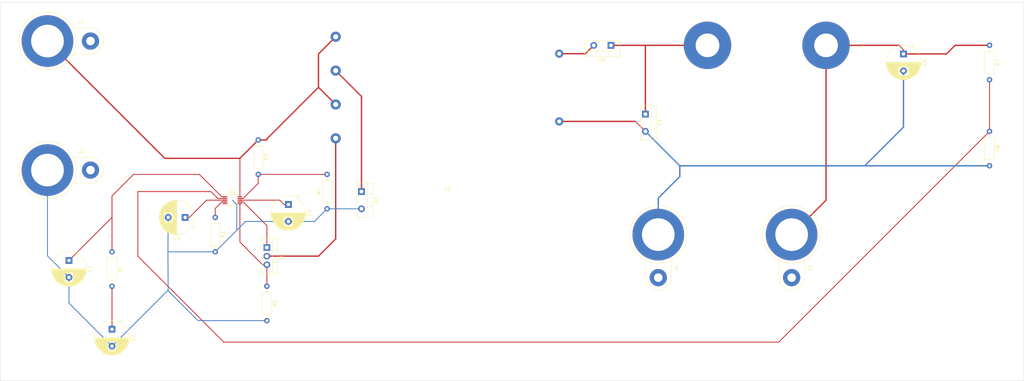
<source format=kicad_pcb>
(kicad_pcb (version 20171130) (host pcbnew "(5.1.5)-3")

  (general
    (thickness 1.6)
    (drawings 6)
    (tracks 98)
    (zones 0)
    (modules 23)
    (nets 23)
  )

  (page A4)
  (layers
    (0 F.Cu signal)
    (31 B.Cu signal)
    (32 B.Adhes user)
    (33 F.Adhes user)
    (34 B.Paste user)
    (35 F.Paste user)
    (36 B.SilkS user)
    (37 F.SilkS user)
    (38 B.Mask user)
    (39 F.Mask user)
    (40 Dwgs.User user)
    (41 Cmts.User user)
    (42 Eco1.User user)
    (43 Eco2.User user)
    (44 Edge.Cuts user)
    (45 Margin user)
    (46 B.CrtYd user)
    (47 F.CrtYd user)
    (48 B.Fab user)
    (49 F.Fab user)
  )

  (setup
    (last_trace_width 0.25)
    (trace_clearance 0.2)
    (zone_clearance 0.508)
    (zone_45_only no)
    (trace_min 0.2)
    (via_size 0.8)
    (via_drill 0.4)
    (via_min_size 0.4)
    (via_min_drill 0.3)
    (uvia_size 0.3)
    (uvia_drill 0.1)
    (uvias_allowed no)
    (uvia_min_size 0.2)
    (uvia_min_drill 0.1)
    (edge_width 0.1)
    (segment_width 0.2)
    (pcb_text_width 0.3)
    (pcb_text_size 1.5 1.5)
    (mod_edge_width 0.15)
    (mod_text_size 1 1)
    (mod_text_width 0.15)
    (pad_size 1.524 1.524)
    (pad_drill 0.762)
    (pad_to_mask_clearance 0)
    (aux_axis_origin 0 0)
    (visible_elements 7FFFFFFF)
    (pcbplotparams
      (layerselection 0x010fc_ffffffff)
      (usegerberextensions false)
      (usegerberattributes false)
      (usegerberadvancedattributes false)
      (creategerberjobfile false)
      (excludeedgelayer true)
      (linewidth 0.100000)
      (plotframeref false)
      (viasonmask false)
      (mode 1)
      (useauxorigin false)
      (hpglpennumber 1)
      (hpglpenspeed 20)
      (hpglpendiameter 15.000000)
      (psnegative false)
      (psa4output false)
      (plotreference true)
      (plotvalue true)
      (plotinvisibletext false)
      (padsonsilk false)
      (subtractmaskfromsilk false)
      (outputformat 1)
      (mirror false)
      (drillshape 0)
      (scaleselection 1)
      (outputdirectory "Gerber/"))
  )

  (net 0 "")
  (net 1 GND)
  (net 2 "Net-(C1-Pad1)")
  (net 3 "Net-(C2-Pad1)")
  (net 4 "Net-(C3-Pad1)")
  (net 5 "Net-(C4-Pad1)")
  (net 6 GNDA)
  (net 7 "Net-(C5-Pad1)")
  (net 8 "Net-(D1-Pad1)")
  (net 9 "Net-(D2-Pad2)")
  (net 10 "Net-(D2-Pad1)")
  (net 11 "Net-(Q1-Pad1)")
  (net 12 "Net-(Q1-Pad2)")
  (net 13 "Net-(Q1-Pad3)")
  (net 14 "Net-(R2-Pad1)")
  (net 15 "Net-(R3-Pad2)")
  (net 16 /Feedback)
  (net 17 "Net-(U1-Pad5)")
  (net 18 "Net-(J1-Pad2)")
  (net 19 VCC)
  (net 20 "Net-(J2-Pad1)")
  (net 21 "Net-(J3-Pad1)")
  (net 22 "Net-(J4-Pad1)")

  (net_class Default "This is the default net class."
    (clearance 0.2)
    (trace_width 0.25)
    (via_dia 0.8)
    (via_drill 0.4)
    (uvia_dia 0.3)
    (uvia_drill 0.1)
    (add_net /Feedback)
    (add_net GND)
    (add_net GNDA)
    (add_net "Net-(C1-Pad1)")
    (add_net "Net-(C2-Pad1)")
    (add_net "Net-(C3-Pad1)")
    (add_net "Net-(C4-Pad1)")
    (add_net "Net-(C5-Pad1)")
    (add_net "Net-(D1-Pad1)")
    (add_net "Net-(D2-Pad1)")
    (add_net "Net-(D2-Pad2)")
    (add_net "Net-(J1-Pad2)")
    (add_net "Net-(J2-Pad1)")
    (add_net "Net-(J3-Pad1)")
    (add_net "Net-(J4-Pad1)")
    (add_net "Net-(Q1-Pad1)")
    (add_net "Net-(Q1-Pad2)")
    (add_net "Net-(Q1-Pad3)")
    (add_net "Net-(R2-Pad1)")
    (add_net "Net-(R3-Pad2)")
    (add_net "Net-(U1-Pad5)")
    (add_net VCC)
  )

  (module Capacitor_THT:CP_Radial_D10.0mm_P5.00mm (layer F.Cu) (tedit 5AE50EF1) (tstamp 5EF2D914)
    (at 243.84 30.48 270)
    (descr "CP, Radial series, Radial, pin pitch=5.00mm, , diameter=10mm, Electrolytic Capacitor")
    (tags "CP Radial series Radial pin pitch 5.00mm  diameter 10mm Electrolytic Capacitor")
    (path /5EF39DD0)
    (fp_text reference C5 (at 2.5 -6.25 90) (layer F.SilkS)
      (effects (font (size 1 1) (thickness 0.15)))
    )
    (fp_text value 100u (at 2.5 6.25 90) (layer F.Fab)
      (effects (font (size 1 1) (thickness 0.15)))
    )
    (fp_text user %R (at 2.5 0 90) (layer F.Fab)
      (effects (font (size 1 1) (thickness 0.15)))
    )
    (fp_line (start -2.479646 -3.375) (end -2.479646 -2.375) (layer F.SilkS) (width 0.12))
    (fp_line (start -2.979646 -2.875) (end -1.979646 -2.875) (layer F.SilkS) (width 0.12))
    (fp_line (start 7.581 -0.599) (end 7.581 0.599) (layer F.SilkS) (width 0.12))
    (fp_line (start 7.541 -0.862) (end 7.541 0.862) (layer F.SilkS) (width 0.12))
    (fp_line (start 7.501 -1.062) (end 7.501 1.062) (layer F.SilkS) (width 0.12))
    (fp_line (start 7.461 -1.23) (end 7.461 1.23) (layer F.SilkS) (width 0.12))
    (fp_line (start 7.421 -1.378) (end 7.421 1.378) (layer F.SilkS) (width 0.12))
    (fp_line (start 7.381 -1.51) (end 7.381 1.51) (layer F.SilkS) (width 0.12))
    (fp_line (start 7.341 -1.63) (end 7.341 1.63) (layer F.SilkS) (width 0.12))
    (fp_line (start 7.301 -1.742) (end 7.301 1.742) (layer F.SilkS) (width 0.12))
    (fp_line (start 7.261 -1.846) (end 7.261 1.846) (layer F.SilkS) (width 0.12))
    (fp_line (start 7.221 -1.944) (end 7.221 1.944) (layer F.SilkS) (width 0.12))
    (fp_line (start 7.181 -2.037) (end 7.181 2.037) (layer F.SilkS) (width 0.12))
    (fp_line (start 7.141 -2.125) (end 7.141 2.125) (layer F.SilkS) (width 0.12))
    (fp_line (start 7.101 -2.209) (end 7.101 2.209) (layer F.SilkS) (width 0.12))
    (fp_line (start 7.061 -2.289) (end 7.061 2.289) (layer F.SilkS) (width 0.12))
    (fp_line (start 7.021 -2.365) (end 7.021 2.365) (layer F.SilkS) (width 0.12))
    (fp_line (start 6.981 -2.439) (end 6.981 2.439) (layer F.SilkS) (width 0.12))
    (fp_line (start 6.941 -2.51) (end 6.941 2.51) (layer F.SilkS) (width 0.12))
    (fp_line (start 6.901 -2.579) (end 6.901 2.579) (layer F.SilkS) (width 0.12))
    (fp_line (start 6.861 -2.645) (end 6.861 2.645) (layer F.SilkS) (width 0.12))
    (fp_line (start 6.821 -2.709) (end 6.821 2.709) (layer F.SilkS) (width 0.12))
    (fp_line (start 6.781 -2.77) (end 6.781 2.77) (layer F.SilkS) (width 0.12))
    (fp_line (start 6.741 -2.83) (end 6.741 2.83) (layer F.SilkS) (width 0.12))
    (fp_line (start 6.701 -2.889) (end 6.701 2.889) (layer F.SilkS) (width 0.12))
    (fp_line (start 6.661 -2.945) (end 6.661 2.945) (layer F.SilkS) (width 0.12))
    (fp_line (start 6.621 -3) (end 6.621 3) (layer F.SilkS) (width 0.12))
    (fp_line (start 6.581 -3.054) (end 6.581 3.054) (layer F.SilkS) (width 0.12))
    (fp_line (start 6.541 -3.106) (end 6.541 3.106) (layer F.SilkS) (width 0.12))
    (fp_line (start 6.501 -3.156) (end 6.501 3.156) (layer F.SilkS) (width 0.12))
    (fp_line (start 6.461 -3.206) (end 6.461 3.206) (layer F.SilkS) (width 0.12))
    (fp_line (start 6.421 -3.254) (end 6.421 3.254) (layer F.SilkS) (width 0.12))
    (fp_line (start 6.381 -3.301) (end 6.381 3.301) (layer F.SilkS) (width 0.12))
    (fp_line (start 6.341 -3.347) (end 6.341 3.347) (layer F.SilkS) (width 0.12))
    (fp_line (start 6.301 -3.392) (end 6.301 3.392) (layer F.SilkS) (width 0.12))
    (fp_line (start 6.261 -3.436) (end 6.261 3.436) (layer F.SilkS) (width 0.12))
    (fp_line (start 6.221 1.241) (end 6.221 3.478) (layer F.SilkS) (width 0.12))
    (fp_line (start 6.221 -3.478) (end 6.221 -1.241) (layer F.SilkS) (width 0.12))
    (fp_line (start 6.181 1.241) (end 6.181 3.52) (layer F.SilkS) (width 0.12))
    (fp_line (start 6.181 -3.52) (end 6.181 -1.241) (layer F.SilkS) (width 0.12))
    (fp_line (start 6.141 1.241) (end 6.141 3.561) (layer F.SilkS) (width 0.12))
    (fp_line (start 6.141 -3.561) (end 6.141 -1.241) (layer F.SilkS) (width 0.12))
    (fp_line (start 6.101 1.241) (end 6.101 3.601) (layer F.SilkS) (width 0.12))
    (fp_line (start 6.101 -3.601) (end 6.101 -1.241) (layer F.SilkS) (width 0.12))
    (fp_line (start 6.061 1.241) (end 6.061 3.64) (layer F.SilkS) (width 0.12))
    (fp_line (start 6.061 -3.64) (end 6.061 -1.241) (layer F.SilkS) (width 0.12))
    (fp_line (start 6.021 1.241) (end 6.021 3.679) (layer F.SilkS) (width 0.12))
    (fp_line (start 6.021 -3.679) (end 6.021 -1.241) (layer F.SilkS) (width 0.12))
    (fp_line (start 5.981 1.241) (end 5.981 3.716) (layer F.SilkS) (width 0.12))
    (fp_line (start 5.981 -3.716) (end 5.981 -1.241) (layer F.SilkS) (width 0.12))
    (fp_line (start 5.941 1.241) (end 5.941 3.753) (layer F.SilkS) (width 0.12))
    (fp_line (start 5.941 -3.753) (end 5.941 -1.241) (layer F.SilkS) (width 0.12))
    (fp_line (start 5.901 1.241) (end 5.901 3.789) (layer F.SilkS) (width 0.12))
    (fp_line (start 5.901 -3.789) (end 5.901 -1.241) (layer F.SilkS) (width 0.12))
    (fp_line (start 5.861 1.241) (end 5.861 3.824) (layer F.SilkS) (width 0.12))
    (fp_line (start 5.861 -3.824) (end 5.861 -1.241) (layer F.SilkS) (width 0.12))
    (fp_line (start 5.821 1.241) (end 5.821 3.858) (layer F.SilkS) (width 0.12))
    (fp_line (start 5.821 -3.858) (end 5.821 -1.241) (layer F.SilkS) (width 0.12))
    (fp_line (start 5.781 1.241) (end 5.781 3.892) (layer F.SilkS) (width 0.12))
    (fp_line (start 5.781 -3.892) (end 5.781 -1.241) (layer F.SilkS) (width 0.12))
    (fp_line (start 5.741 1.241) (end 5.741 3.925) (layer F.SilkS) (width 0.12))
    (fp_line (start 5.741 -3.925) (end 5.741 -1.241) (layer F.SilkS) (width 0.12))
    (fp_line (start 5.701 1.241) (end 5.701 3.957) (layer F.SilkS) (width 0.12))
    (fp_line (start 5.701 -3.957) (end 5.701 -1.241) (layer F.SilkS) (width 0.12))
    (fp_line (start 5.661 1.241) (end 5.661 3.989) (layer F.SilkS) (width 0.12))
    (fp_line (start 5.661 -3.989) (end 5.661 -1.241) (layer F.SilkS) (width 0.12))
    (fp_line (start 5.621 1.241) (end 5.621 4.02) (layer F.SilkS) (width 0.12))
    (fp_line (start 5.621 -4.02) (end 5.621 -1.241) (layer F.SilkS) (width 0.12))
    (fp_line (start 5.581 1.241) (end 5.581 4.05) (layer F.SilkS) (width 0.12))
    (fp_line (start 5.581 -4.05) (end 5.581 -1.241) (layer F.SilkS) (width 0.12))
    (fp_line (start 5.541 1.241) (end 5.541 4.08) (layer F.SilkS) (width 0.12))
    (fp_line (start 5.541 -4.08) (end 5.541 -1.241) (layer F.SilkS) (width 0.12))
    (fp_line (start 5.501 1.241) (end 5.501 4.11) (layer F.SilkS) (width 0.12))
    (fp_line (start 5.501 -4.11) (end 5.501 -1.241) (layer F.SilkS) (width 0.12))
    (fp_line (start 5.461 1.241) (end 5.461 4.138) (layer F.SilkS) (width 0.12))
    (fp_line (start 5.461 -4.138) (end 5.461 -1.241) (layer F.SilkS) (width 0.12))
    (fp_line (start 5.421 1.241) (end 5.421 4.166) (layer F.SilkS) (width 0.12))
    (fp_line (start 5.421 -4.166) (end 5.421 -1.241) (layer F.SilkS) (width 0.12))
    (fp_line (start 5.381 1.241) (end 5.381 4.194) (layer F.SilkS) (width 0.12))
    (fp_line (start 5.381 -4.194) (end 5.381 -1.241) (layer F.SilkS) (width 0.12))
    (fp_line (start 5.341 1.241) (end 5.341 4.221) (layer F.SilkS) (width 0.12))
    (fp_line (start 5.341 -4.221) (end 5.341 -1.241) (layer F.SilkS) (width 0.12))
    (fp_line (start 5.301 1.241) (end 5.301 4.247) (layer F.SilkS) (width 0.12))
    (fp_line (start 5.301 -4.247) (end 5.301 -1.241) (layer F.SilkS) (width 0.12))
    (fp_line (start 5.261 1.241) (end 5.261 4.273) (layer F.SilkS) (width 0.12))
    (fp_line (start 5.261 -4.273) (end 5.261 -1.241) (layer F.SilkS) (width 0.12))
    (fp_line (start 5.221 1.241) (end 5.221 4.298) (layer F.SilkS) (width 0.12))
    (fp_line (start 5.221 -4.298) (end 5.221 -1.241) (layer F.SilkS) (width 0.12))
    (fp_line (start 5.181 1.241) (end 5.181 4.323) (layer F.SilkS) (width 0.12))
    (fp_line (start 5.181 -4.323) (end 5.181 -1.241) (layer F.SilkS) (width 0.12))
    (fp_line (start 5.141 1.241) (end 5.141 4.347) (layer F.SilkS) (width 0.12))
    (fp_line (start 5.141 -4.347) (end 5.141 -1.241) (layer F.SilkS) (width 0.12))
    (fp_line (start 5.101 1.241) (end 5.101 4.371) (layer F.SilkS) (width 0.12))
    (fp_line (start 5.101 -4.371) (end 5.101 -1.241) (layer F.SilkS) (width 0.12))
    (fp_line (start 5.061 1.241) (end 5.061 4.395) (layer F.SilkS) (width 0.12))
    (fp_line (start 5.061 -4.395) (end 5.061 -1.241) (layer F.SilkS) (width 0.12))
    (fp_line (start 5.021 1.241) (end 5.021 4.417) (layer F.SilkS) (width 0.12))
    (fp_line (start 5.021 -4.417) (end 5.021 -1.241) (layer F.SilkS) (width 0.12))
    (fp_line (start 4.981 1.241) (end 4.981 4.44) (layer F.SilkS) (width 0.12))
    (fp_line (start 4.981 -4.44) (end 4.981 -1.241) (layer F.SilkS) (width 0.12))
    (fp_line (start 4.941 1.241) (end 4.941 4.462) (layer F.SilkS) (width 0.12))
    (fp_line (start 4.941 -4.462) (end 4.941 -1.241) (layer F.SilkS) (width 0.12))
    (fp_line (start 4.901 1.241) (end 4.901 4.483) (layer F.SilkS) (width 0.12))
    (fp_line (start 4.901 -4.483) (end 4.901 -1.241) (layer F.SilkS) (width 0.12))
    (fp_line (start 4.861 1.241) (end 4.861 4.504) (layer F.SilkS) (width 0.12))
    (fp_line (start 4.861 -4.504) (end 4.861 -1.241) (layer F.SilkS) (width 0.12))
    (fp_line (start 4.821 1.241) (end 4.821 4.525) (layer F.SilkS) (width 0.12))
    (fp_line (start 4.821 -4.525) (end 4.821 -1.241) (layer F.SilkS) (width 0.12))
    (fp_line (start 4.781 1.241) (end 4.781 4.545) (layer F.SilkS) (width 0.12))
    (fp_line (start 4.781 -4.545) (end 4.781 -1.241) (layer F.SilkS) (width 0.12))
    (fp_line (start 4.741 1.241) (end 4.741 4.564) (layer F.SilkS) (width 0.12))
    (fp_line (start 4.741 -4.564) (end 4.741 -1.241) (layer F.SilkS) (width 0.12))
    (fp_line (start 4.701 1.241) (end 4.701 4.584) (layer F.SilkS) (width 0.12))
    (fp_line (start 4.701 -4.584) (end 4.701 -1.241) (layer F.SilkS) (width 0.12))
    (fp_line (start 4.661 1.241) (end 4.661 4.603) (layer F.SilkS) (width 0.12))
    (fp_line (start 4.661 -4.603) (end 4.661 -1.241) (layer F.SilkS) (width 0.12))
    (fp_line (start 4.621 1.241) (end 4.621 4.621) (layer F.SilkS) (width 0.12))
    (fp_line (start 4.621 -4.621) (end 4.621 -1.241) (layer F.SilkS) (width 0.12))
    (fp_line (start 4.581 1.241) (end 4.581 4.639) (layer F.SilkS) (width 0.12))
    (fp_line (start 4.581 -4.639) (end 4.581 -1.241) (layer F.SilkS) (width 0.12))
    (fp_line (start 4.541 1.241) (end 4.541 4.657) (layer F.SilkS) (width 0.12))
    (fp_line (start 4.541 -4.657) (end 4.541 -1.241) (layer F.SilkS) (width 0.12))
    (fp_line (start 4.501 1.241) (end 4.501 4.674) (layer F.SilkS) (width 0.12))
    (fp_line (start 4.501 -4.674) (end 4.501 -1.241) (layer F.SilkS) (width 0.12))
    (fp_line (start 4.461 1.241) (end 4.461 4.69) (layer F.SilkS) (width 0.12))
    (fp_line (start 4.461 -4.69) (end 4.461 -1.241) (layer F.SilkS) (width 0.12))
    (fp_line (start 4.421 1.241) (end 4.421 4.707) (layer F.SilkS) (width 0.12))
    (fp_line (start 4.421 -4.707) (end 4.421 -1.241) (layer F.SilkS) (width 0.12))
    (fp_line (start 4.381 1.241) (end 4.381 4.723) (layer F.SilkS) (width 0.12))
    (fp_line (start 4.381 -4.723) (end 4.381 -1.241) (layer F.SilkS) (width 0.12))
    (fp_line (start 4.341 1.241) (end 4.341 4.738) (layer F.SilkS) (width 0.12))
    (fp_line (start 4.341 -4.738) (end 4.341 -1.241) (layer F.SilkS) (width 0.12))
    (fp_line (start 4.301 1.241) (end 4.301 4.754) (layer F.SilkS) (width 0.12))
    (fp_line (start 4.301 -4.754) (end 4.301 -1.241) (layer F.SilkS) (width 0.12))
    (fp_line (start 4.261 1.241) (end 4.261 4.768) (layer F.SilkS) (width 0.12))
    (fp_line (start 4.261 -4.768) (end 4.261 -1.241) (layer F.SilkS) (width 0.12))
    (fp_line (start 4.221 1.241) (end 4.221 4.783) (layer F.SilkS) (width 0.12))
    (fp_line (start 4.221 -4.783) (end 4.221 -1.241) (layer F.SilkS) (width 0.12))
    (fp_line (start 4.181 1.241) (end 4.181 4.797) (layer F.SilkS) (width 0.12))
    (fp_line (start 4.181 -4.797) (end 4.181 -1.241) (layer F.SilkS) (width 0.12))
    (fp_line (start 4.141 1.241) (end 4.141 4.811) (layer F.SilkS) (width 0.12))
    (fp_line (start 4.141 -4.811) (end 4.141 -1.241) (layer F.SilkS) (width 0.12))
    (fp_line (start 4.101 1.241) (end 4.101 4.824) (layer F.SilkS) (width 0.12))
    (fp_line (start 4.101 -4.824) (end 4.101 -1.241) (layer F.SilkS) (width 0.12))
    (fp_line (start 4.061 1.241) (end 4.061 4.837) (layer F.SilkS) (width 0.12))
    (fp_line (start 4.061 -4.837) (end 4.061 -1.241) (layer F.SilkS) (width 0.12))
    (fp_line (start 4.021 1.241) (end 4.021 4.85) (layer F.SilkS) (width 0.12))
    (fp_line (start 4.021 -4.85) (end 4.021 -1.241) (layer F.SilkS) (width 0.12))
    (fp_line (start 3.981 1.241) (end 3.981 4.862) (layer F.SilkS) (width 0.12))
    (fp_line (start 3.981 -4.862) (end 3.981 -1.241) (layer F.SilkS) (width 0.12))
    (fp_line (start 3.941 1.241) (end 3.941 4.874) (layer F.SilkS) (width 0.12))
    (fp_line (start 3.941 -4.874) (end 3.941 -1.241) (layer F.SilkS) (width 0.12))
    (fp_line (start 3.901 1.241) (end 3.901 4.885) (layer F.SilkS) (width 0.12))
    (fp_line (start 3.901 -4.885) (end 3.901 -1.241) (layer F.SilkS) (width 0.12))
    (fp_line (start 3.861 1.241) (end 3.861 4.897) (layer F.SilkS) (width 0.12))
    (fp_line (start 3.861 -4.897) (end 3.861 -1.241) (layer F.SilkS) (width 0.12))
    (fp_line (start 3.821 1.241) (end 3.821 4.907) (layer F.SilkS) (width 0.12))
    (fp_line (start 3.821 -4.907) (end 3.821 -1.241) (layer F.SilkS) (width 0.12))
    (fp_line (start 3.781 1.241) (end 3.781 4.918) (layer F.SilkS) (width 0.12))
    (fp_line (start 3.781 -4.918) (end 3.781 -1.241) (layer F.SilkS) (width 0.12))
    (fp_line (start 3.741 -4.928) (end 3.741 4.928) (layer F.SilkS) (width 0.12))
    (fp_line (start 3.701 -4.938) (end 3.701 4.938) (layer F.SilkS) (width 0.12))
    (fp_line (start 3.661 -4.947) (end 3.661 4.947) (layer F.SilkS) (width 0.12))
    (fp_line (start 3.621 -4.956) (end 3.621 4.956) (layer F.SilkS) (width 0.12))
    (fp_line (start 3.581 -4.965) (end 3.581 4.965) (layer F.SilkS) (width 0.12))
    (fp_line (start 3.541 -4.974) (end 3.541 4.974) (layer F.SilkS) (width 0.12))
    (fp_line (start 3.501 -4.982) (end 3.501 4.982) (layer F.SilkS) (width 0.12))
    (fp_line (start 3.461 -4.99) (end 3.461 4.99) (layer F.SilkS) (width 0.12))
    (fp_line (start 3.421 -4.997) (end 3.421 4.997) (layer F.SilkS) (width 0.12))
    (fp_line (start 3.381 -5.004) (end 3.381 5.004) (layer F.SilkS) (width 0.12))
    (fp_line (start 3.341 -5.011) (end 3.341 5.011) (layer F.SilkS) (width 0.12))
    (fp_line (start 3.301 -5.018) (end 3.301 5.018) (layer F.SilkS) (width 0.12))
    (fp_line (start 3.261 -5.024) (end 3.261 5.024) (layer F.SilkS) (width 0.12))
    (fp_line (start 3.221 -5.03) (end 3.221 5.03) (layer F.SilkS) (width 0.12))
    (fp_line (start 3.18 -5.035) (end 3.18 5.035) (layer F.SilkS) (width 0.12))
    (fp_line (start 3.14 -5.04) (end 3.14 5.04) (layer F.SilkS) (width 0.12))
    (fp_line (start 3.1 -5.045) (end 3.1 5.045) (layer F.SilkS) (width 0.12))
    (fp_line (start 3.06 -5.05) (end 3.06 5.05) (layer F.SilkS) (width 0.12))
    (fp_line (start 3.02 -5.054) (end 3.02 5.054) (layer F.SilkS) (width 0.12))
    (fp_line (start 2.98 -5.058) (end 2.98 5.058) (layer F.SilkS) (width 0.12))
    (fp_line (start 2.94 -5.062) (end 2.94 5.062) (layer F.SilkS) (width 0.12))
    (fp_line (start 2.9 -5.065) (end 2.9 5.065) (layer F.SilkS) (width 0.12))
    (fp_line (start 2.86 -5.068) (end 2.86 5.068) (layer F.SilkS) (width 0.12))
    (fp_line (start 2.82 -5.07) (end 2.82 5.07) (layer F.SilkS) (width 0.12))
    (fp_line (start 2.78 -5.073) (end 2.78 5.073) (layer F.SilkS) (width 0.12))
    (fp_line (start 2.74 -5.075) (end 2.74 5.075) (layer F.SilkS) (width 0.12))
    (fp_line (start 2.7 -5.077) (end 2.7 5.077) (layer F.SilkS) (width 0.12))
    (fp_line (start 2.66 -5.078) (end 2.66 5.078) (layer F.SilkS) (width 0.12))
    (fp_line (start 2.62 -5.079) (end 2.62 5.079) (layer F.SilkS) (width 0.12))
    (fp_line (start 2.58 -5.08) (end 2.58 5.08) (layer F.SilkS) (width 0.12))
    (fp_line (start 2.54 -5.08) (end 2.54 5.08) (layer F.SilkS) (width 0.12))
    (fp_line (start 2.5 -5.08) (end 2.5 5.08) (layer F.SilkS) (width 0.12))
    (fp_line (start -1.288861 -2.6875) (end -1.288861 -1.6875) (layer F.Fab) (width 0.1))
    (fp_line (start -1.788861 -2.1875) (end -0.788861 -2.1875) (layer F.Fab) (width 0.1))
    (fp_circle (center 2.5 0) (end 7.75 0) (layer F.CrtYd) (width 0.05))
    (fp_circle (center 2.5 0) (end 7.62 0) (layer F.SilkS) (width 0.12))
    (fp_circle (center 2.5 0) (end 7.5 0) (layer F.Fab) (width 0.1))
    (pad 2 thru_hole circle (at 5 0 270) (size 2 2) (drill 1) (layers *.Cu *.Mask)
      (net 6 GNDA))
    (pad 1 thru_hole rect (at 0 0 270) (size 2 2) (drill 1) (layers *.Cu *.Mask)
      (net 7 "Net-(C5-Pad1)"))
    (model ${KISYS3DMOD}/Capacitor_THT.3dshapes/CP_Radial_D10.0mm_P5.00mm.wrl
      (at (xyz 0 0 0))
      (scale (xyz 1 1 1))
      (rotate (xyz 0 0 0))
    )
  )

  (module forward_converter:forward_converter_transformer (layer F.Cu) (tedit 5EF253A8) (tstamp 5EF2DA60)
    (at 109.2 40.4)
    (path /5EFC06AD)
    (fp_text reference U2 (at 0 30) (layer F.SilkS)
      (effects (font (size 1 1) (thickness 0.15)))
    )
    (fp_text value designed_transformer_model (at 0 -25) (layer F.Fab)
      (effects (font (size 1 1) (thickness 0.15)))
    )
    (pad 1 thru_hole circle (at -33 -15) (size 3 3) (drill 1.5) (layers *.Cu *.Mask)
      (net 18 "Net-(J1-Pad2)"))
    (pad 2 thru_hole circle (at -33 -5) (size 3 3) (drill 1.5) (layers *.Cu *.Mask)
      (net 8 "Net-(D1-Pad1)"))
    (pad 3 thru_hole circle (at -33 5) (size 3 3) (drill 1.5) (layers *.Cu *.Mask)
      (net 18 "Net-(J1-Pad2)"))
    (pad 4 thru_hole circle (at -33 15) (size 3 3) (drill 1.5) (layers *.Cu *.Mask)
      (net 12 "Net-(Q1-Pad2)"))
    (pad 5 thru_hole circle (at 33 -10) (size 2.4 2.4) (drill 1.2) (layers *.Cu *.Mask)
      (net 9 "Net-(D2-Pad2)"))
    (pad 6 thru_hole circle (at 33 10) (size 2.4 2.4) (drill 1.2) (layers *.Cu *.Mask)
      (net 6 GNDA))
  )

  (module Package_TO_SOT_THT:TO-220-3_Vertical (layer F.Cu) (tedit 5AC8BA0D) (tstamp 5EF2D97F)
    (at 55.88 87.63 270)
    (descr "TO-220-3, Vertical, RM 2.54mm, see https://www.vishay.com/docs/66542/to-220-1.pdf")
    (tags "TO-220-3 Vertical RM 2.54mm")
    (path /5EF15E2E)
    (fp_text reference Q1 (at 2.54 -4.27 90) (layer F.SilkS)
      (effects (font (size 1 1) (thickness 0.15)))
    )
    (fp_text value IRF740 (at 2.54 2.5 90) (layer F.Fab)
      (effects (font (size 1 1) (thickness 0.15)))
    )
    (fp_line (start -2.46 -3.15) (end -2.46 1.25) (layer F.Fab) (width 0.1))
    (fp_line (start -2.46 1.25) (end 7.54 1.25) (layer F.Fab) (width 0.1))
    (fp_line (start 7.54 1.25) (end 7.54 -3.15) (layer F.Fab) (width 0.1))
    (fp_line (start 7.54 -3.15) (end -2.46 -3.15) (layer F.Fab) (width 0.1))
    (fp_line (start -2.46 -1.88) (end 7.54 -1.88) (layer F.Fab) (width 0.1))
    (fp_line (start 0.69 -3.15) (end 0.69 -1.88) (layer F.Fab) (width 0.1))
    (fp_line (start 4.39 -3.15) (end 4.39 -1.88) (layer F.Fab) (width 0.1))
    (fp_line (start -2.58 -3.27) (end 7.66 -3.27) (layer F.SilkS) (width 0.12))
    (fp_line (start -2.58 1.371) (end 7.66 1.371) (layer F.SilkS) (width 0.12))
    (fp_line (start -2.58 -3.27) (end -2.58 1.371) (layer F.SilkS) (width 0.12))
    (fp_line (start 7.66 -3.27) (end 7.66 1.371) (layer F.SilkS) (width 0.12))
    (fp_line (start -2.58 -1.76) (end 7.66 -1.76) (layer F.SilkS) (width 0.12))
    (fp_line (start 0.69 -3.27) (end 0.69 -1.76) (layer F.SilkS) (width 0.12))
    (fp_line (start 4.391 -3.27) (end 4.391 -1.76) (layer F.SilkS) (width 0.12))
    (fp_line (start -2.71 -3.4) (end -2.71 1.51) (layer F.CrtYd) (width 0.05))
    (fp_line (start -2.71 1.51) (end 7.79 1.51) (layer F.CrtYd) (width 0.05))
    (fp_line (start 7.79 1.51) (end 7.79 -3.4) (layer F.CrtYd) (width 0.05))
    (fp_line (start 7.79 -3.4) (end -2.71 -3.4) (layer F.CrtYd) (width 0.05))
    (fp_text user %R (at 2.54 -4.27 90) (layer F.Fab)
      (effects (font (size 1 1) (thickness 0.15)))
    )
    (pad 1 thru_hole rect (at 0 0 270) (size 1.905 2) (drill 1.1) (layers *.Cu *.Mask)
      (net 11 "Net-(Q1-Pad1)"))
    (pad 2 thru_hole oval (at 2.54 0 270) (size 1.905 2) (drill 1.1) (layers *.Cu *.Mask)
      (net 12 "Net-(Q1-Pad2)"))
    (pad 3 thru_hole oval (at 5.08 0 270) (size 1.905 2) (drill 1.1) (layers *.Cu *.Mask)
      (net 13 "Net-(Q1-Pad3)"))
    (model ${KISYS3DMOD}/Package_TO_SOT_THT.3dshapes/TO-220-3_Vertical.wrl
      (at (xyz 0 0 0))
      (scale (xyz 1 1 1))
      (rotate (xyz 0 0 0))
    )
  )

  (module Capacitor_THT:CP_Radial_D10.0mm_P5.00mm (layer F.Cu) (tedit 5AE50EF1) (tstamp 5EF2D5E4)
    (at -2.54 91.44 270)
    (descr "CP, Radial series, Radial, pin pitch=5.00mm, , diameter=10mm, Electrolytic Capacitor")
    (tags "CP Radial series Radial pin pitch 5.00mm  diameter 10mm Electrolytic Capacitor")
    (path /5EF1FE96)
    (fp_text reference C1 (at 2.5 -6.25 90) (layer F.SilkS)
      (effects (font (size 1 1) (thickness 0.15)))
    )
    (fp_text value 100p (at 2.5 6.25 90) (layer F.Fab)
      (effects (font (size 1 1) (thickness 0.15)))
    )
    (fp_text user %R (at 2.5 0 90) (layer F.Fab)
      (effects (font (size 1 1) (thickness 0.15)))
    )
    (fp_line (start -2.479646 -3.375) (end -2.479646 -2.375) (layer F.SilkS) (width 0.12))
    (fp_line (start -2.979646 -2.875) (end -1.979646 -2.875) (layer F.SilkS) (width 0.12))
    (fp_line (start 7.581 -0.599) (end 7.581 0.599) (layer F.SilkS) (width 0.12))
    (fp_line (start 7.541 -0.862) (end 7.541 0.862) (layer F.SilkS) (width 0.12))
    (fp_line (start 7.501 -1.062) (end 7.501 1.062) (layer F.SilkS) (width 0.12))
    (fp_line (start 7.461 -1.23) (end 7.461 1.23) (layer F.SilkS) (width 0.12))
    (fp_line (start 7.421 -1.378) (end 7.421 1.378) (layer F.SilkS) (width 0.12))
    (fp_line (start 7.381 -1.51) (end 7.381 1.51) (layer F.SilkS) (width 0.12))
    (fp_line (start 7.341 -1.63) (end 7.341 1.63) (layer F.SilkS) (width 0.12))
    (fp_line (start 7.301 -1.742) (end 7.301 1.742) (layer F.SilkS) (width 0.12))
    (fp_line (start 7.261 -1.846) (end 7.261 1.846) (layer F.SilkS) (width 0.12))
    (fp_line (start 7.221 -1.944) (end 7.221 1.944) (layer F.SilkS) (width 0.12))
    (fp_line (start 7.181 -2.037) (end 7.181 2.037) (layer F.SilkS) (width 0.12))
    (fp_line (start 7.141 -2.125) (end 7.141 2.125) (layer F.SilkS) (width 0.12))
    (fp_line (start 7.101 -2.209) (end 7.101 2.209) (layer F.SilkS) (width 0.12))
    (fp_line (start 7.061 -2.289) (end 7.061 2.289) (layer F.SilkS) (width 0.12))
    (fp_line (start 7.021 -2.365) (end 7.021 2.365) (layer F.SilkS) (width 0.12))
    (fp_line (start 6.981 -2.439) (end 6.981 2.439) (layer F.SilkS) (width 0.12))
    (fp_line (start 6.941 -2.51) (end 6.941 2.51) (layer F.SilkS) (width 0.12))
    (fp_line (start 6.901 -2.579) (end 6.901 2.579) (layer F.SilkS) (width 0.12))
    (fp_line (start 6.861 -2.645) (end 6.861 2.645) (layer F.SilkS) (width 0.12))
    (fp_line (start 6.821 -2.709) (end 6.821 2.709) (layer F.SilkS) (width 0.12))
    (fp_line (start 6.781 -2.77) (end 6.781 2.77) (layer F.SilkS) (width 0.12))
    (fp_line (start 6.741 -2.83) (end 6.741 2.83) (layer F.SilkS) (width 0.12))
    (fp_line (start 6.701 -2.889) (end 6.701 2.889) (layer F.SilkS) (width 0.12))
    (fp_line (start 6.661 -2.945) (end 6.661 2.945) (layer F.SilkS) (width 0.12))
    (fp_line (start 6.621 -3) (end 6.621 3) (layer F.SilkS) (width 0.12))
    (fp_line (start 6.581 -3.054) (end 6.581 3.054) (layer F.SilkS) (width 0.12))
    (fp_line (start 6.541 -3.106) (end 6.541 3.106) (layer F.SilkS) (width 0.12))
    (fp_line (start 6.501 -3.156) (end 6.501 3.156) (layer F.SilkS) (width 0.12))
    (fp_line (start 6.461 -3.206) (end 6.461 3.206) (layer F.SilkS) (width 0.12))
    (fp_line (start 6.421 -3.254) (end 6.421 3.254) (layer F.SilkS) (width 0.12))
    (fp_line (start 6.381 -3.301) (end 6.381 3.301) (layer F.SilkS) (width 0.12))
    (fp_line (start 6.341 -3.347) (end 6.341 3.347) (layer F.SilkS) (width 0.12))
    (fp_line (start 6.301 -3.392) (end 6.301 3.392) (layer F.SilkS) (width 0.12))
    (fp_line (start 6.261 -3.436) (end 6.261 3.436) (layer F.SilkS) (width 0.12))
    (fp_line (start 6.221 1.241) (end 6.221 3.478) (layer F.SilkS) (width 0.12))
    (fp_line (start 6.221 -3.478) (end 6.221 -1.241) (layer F.SilkS) (width 0.12))
    (fp_line (start 6.181 1.241) (end 6.181 3.52) (layer F.SilkS) (width 0.12))
    (fp_line (start 6.181 -3.52) (end 6.181 -1.241) (layer F.SilkS) (width 0.12))
    (fp_line (start 6.141 1.241) (end 6.141 3.561) (layer F.SilkS) (width 0.12))
    (fp_line (start 6.141 -3.561) (end 6.141 -1.241) (layer F.SilkS) (width 0.12))
    (fp_line (start 6.101 1.241) (end 6.101 3.601) (layer F.SilkS) (width 0.12))
    (fp_line (start 6.101 -3.601) (end 6.101 -1.241) (layer F.SilkS) (width 0.12))
    (fp_line (start 6.061 1.241) (end 6.061 3.64) (layer F.SilkS) (width 0.12))
    (fp_line (start 6.061 -3.64) (end 6.061 -1.241) (layer F.SilkS) (width 0.12))
    (fp_line (start 6.021 1.241) (end 6.021 3.679) (layer F.SilkS) (width 0.12))
    (fp_line (start 6.021 -3.679) (end 6.021 -1.241) (layer F.SilkS) (width 0.12))
    (fp_line (start 5.981 1.241) (end 5.981 3.716) (layer F.SilkS) (width 0.12))
    (fp_line (start 5.981 -3.716) (end 5.981 -1.241) (layer F.SilkS) (width 0.12))
    (fp_line (start 5.941 1.241) (end 5.941 3.753) (layer F.SilkS) (width 0.12))
    (fp_line (start 5.941 -3.753) (end 5.941 -1.241) (layer F.SilkS) (width 0.12))
    (fp_line (start 5.901 1.241) (end 5.901 3.789) (layer F.SilkS) (width 0.12))
    (fp_line (start 5.901 -3.789) (end 5.901 -1.241) (layer F.SilkS) (width 0.12))
    (fp_line (start 5.861 1.241) (end 5.861 3.824) (layer F.SilkS) (width 0.12))
    (fp_line (start 5.861 -3.824) (end 5.861 -1.241) (layer F.SilkS) (width 0.12))
    (fp_line (start 5.821 1.241) (end 5.821 3.858) (layer F.SilkS) (width 0.12))
    (fp_line (start 5.821 -3.858) (end 5.821 -1.241) (layer F.SilkS) (width 0.12))
    (fp_line (start 5.781 1.241) (end 5.781 3.892) (layer F.SilkS) (width 0.12))
    (fp_line (start 5.781 -3.892) (end 5.781 -1.241) (layer F.SilkS) (width 0.12))
    (fp_line (start 5.741 1.241) (end 5.741 3.925) (layer F.SilkS) (width 0.12))
    (fp_line (start 5.741 -3.925) (end 5.741 -1.241) (layer F.SilkS) (width 0.12))
    (fp_line (start 5.701 1.241) (end 5.701 3.957) (layer F.SilkS) (width 0.12))
    (fp_line (start 5.701 -3.957) (end 5.701 -1.241) (layer F.SilkS) (width 0.12))
    (fp_line (start 5.661 1.241) (end 5.661 3.989) (layer F.SilkS) (width 0.12))
    (fp_line (start 5.661 -3.989) (end 5.661 -1.241) (layer F.SilkS) (width 0.12))
    (fp_line (start 5.621 1.241) (end 5.621 4.02) (layer F.SilkS) (width 0.12))
    (fp_line (start 5.621 -4.02) (end 5.621 -1.241) (layer F.SilkS) (width 0.12))
    (fp_line (start 5.581 1.241) (end 5.581 4.05) (layer F.SilkS) (width 0.12))
    (fp_line (start 5.581 -4.05) (end 5.581 -1.241) (layer F.SilkS) (width 0.12))
    (fp_line (start 5.541 1.241) (end 5.541 4.08) (layer F.SilkS) (width 0.12))
    (fp_line (start 5.541 -4.08) (end 5.541 -1.241) (layer F.SilkS) (width 0.12))
    (fp_line (start 5.501 1.241) (end 5.501 4.11) (layer F.SilkS) (width 0.12))
    (fp_line (start 5.501 -4.11) (end 5.501 -1.241) (layer F.SilkS) (width 0.12))
    (fp_line (start 5.461 1.241) (end 5.461 4.138) (layer F.SilkS) (width 0.12))
    (fp_line (start 5.461 -4.138) (end 5.461 -1.241) (layer F.SilkS) (width 0.12))
    (fp_line (start 5.421 1.241) (end 5.421 4.166) (layer F.SilkS) (width 0.12))
    (fp_line (start 5.421 -4.166) (end 5.421 -1.241) (layer F.SilkS) (width 0.12))
    (fp_line (start 5.381 1.241) (end 5.381 4.194) (layer F.SilkS) (width 0.12))
    (fp_line (start 5.381 -4.194) (end 5.381 -1.241) (layer F.SilkS) (width 0.12))
    (fp_line (start 5.341 1.241) (end 5.341 4.221) (layer F.SilkS) (width 0.12))
    (fp_line (start 5.341 -4.221) (end 5.341 -1.241) (layer F.SilkS) (width 0.12))
    (fp_line (start 5.301 1.241) (end 5.301 4.247) (layer F.SilkS) (width 0.12))
    (fp_line (start 5.301 -4.247) (end 5.301 -1.241) (layer F.SilkS) (width 0.12))
    (fp_line (start 5.261 1.241) (end 5.261 4.273) (layer F.SilkS) (width 0.12))
    (fp_line (start 5.261 -4.273) (end 5.261 -1.241) (layer F.SilkS) (width 0.12))
    (fp_line (start 5.221 1.241) (end 5.221 4.298) (layer F.SilkS) (width 0.12))
    (fp_line (start 5.221 -4.298) (end 5.221 -1.241) (layer F.SilkS) (width 0.12))
    (fp_line (start 5.181 1.241) (end 5.181 4.323) (layer F.SilkS) (width 0.12))
    (fp_line (start 5.181 -4.323) (end 5.181 -1.241) (layer F.SilkS) (width 0.12))
    (fp_line (start 5.141 1.241) (end 5.141 4.347) (layer F.SilkS) (width 0.12))
    (fp_line (start 5.141 -4.347) (end 5.141 -1.241) (layer F.SilkS) (width 0.12))
    (fp_line (start 5.101 1.241) (end 5.101 4.371) (layer F.SilkS) (width 0.12))
    (fp_line (start 5.101 -4.371) (end 5.101 -1.241) (layer F.SilkS) (width 0.12))
    (fp_line (start 5.061 1.241) (end 5.061 4.395) (layer F.SilkS) (width 0.12))
    (fp_line (start 5.061 -4.395) (end 5.061 -1.241) (layer F.SilkS) (width 0.12))
    (fp_line (start 5.021 1.241) (end 5.021 4.417) (layer F.SilkS) (width 0.12))
    (fp_line (start 5.021 -4.417) (end 5.021 -1.241) (layer F.SilkS) (width 0.12))
    (fp_line (start 4.981 1.241) (end 4.981 4.44) (layer F.SilkS) (width 0.12))
    (fp_line (start 4.981 -4.44) (end 4.981 -1.241) (layer F.SilkS) (width 0.12))
    (fp_line (start 4.941 1.241) (end 4.941 4.462) (layer F.SilkS) (width 0.12))
    (fp_line (start 4.941 -4.462) (end 4.941 -1.241) (layer F.SilkS) (width 0.12))
    (fp_line (start 4.901 1.241) (end 4.901 4.483) (layer F.SilkS) (width 0.12))
    (fp_line (start 4.901 -4.483) (end 4.901 -1.241) (layer F.SilkS) (width 0.12))
    (fp_line (start 4.861 1.241) (end 4.861 4.504) (layer F.SilkS) (width 0.12))
    (fp_line (start 4.861 -4.504) (end 4.861 -1.241) (layer F.SilkS) (width 0.12))
    (fp_line (start 4.821 1.241) (end 4.821 4.525) (layer F.SilkS) (width 0.12))
    (fp_line (start 4.821 -4.525) (end 4.821 -1.241) (layer F.SilkS) (width 0.12))
    (fp_line (start 4.781 1.241) (end 4.781 4.545) (layer F.SilkS) (width 0.12))
    (fp_line (start 4.781 -4.545) (end 4.781 -1.241) (layer F.SilkS) (width 0.12))
    (fp_line (start 4.741 1.241) (end 4.741 4.564) (layer F.SilkS) (width 0.12))
    (fp_line (start 4.741 -4.564) (end 4.741 -1.241) (layer F.SilkS) (width 0.12))
    (fp_line (start 4.701 1.241) (end 4.701 4.584) (layer F.SilkS) (width 0.12))
    (fp_line (start 4.701 -4.584) (end 4.701 -1.241) (layer F.SilkS) (width 0.12))
    (fp_line (start 4.661 1.241) (end 4.661 4.603) (layer F.SilkS) (width 0.12))
    (fp_line (start 4.661 -4.603) (end 4.661 -1.241) (layer F.SilkS) (width 0.12))
    (fp_line (start 4.621 1.241) (end 4.621 4.621) (layer F.SilkS) (width 0.12))
    (fp_line (start 4.621 -4.621) (end 4.621 -1.241) (layer F.SilkS) (width 0.12))
    (fp_line (start 4.581 1.241) (end 4.581 4.639) (layer F.SilkS) (width 0.12))
    (fp_line (start 4.581 -4.639) (end 4.581 -1.241) (layer F.SilkS) (width 0.12))
    (fp_line (start 4.541 1.241) (end 4.541 4.657) (layer F.SilkS) (width 0.12))
    (fp_line (start 4.541 -4.657) (end 4.541 -1.241) (layer F.SilkS) (width 0.12))
    (fp_line (start 4.501 1.241) (end 4.501 4.674) (layer F.SilkS) (width 0.12))
    (fp_line (start 4.501 -4.674) (end 4.501 -1.241) (layer F.SilkS) (width 0.12))
    (fp_line (start 4.461 1.241) (end 4.461 4.69) (layer F.SilkS) (width 0.12))
    (fp_line (start 4.461 -4.69) (end 4.461 -1.241) (layer F.SilkS) (width 0.12))
    (fp_line (start 4.421 1.241) (end 4.421 4.707) (layer F.SilkS) (width 0.12))
    (fp_line (start 4.421 -4.707) (end 4.421 -1.241) (layer F.SilkS) (width 0.12))
    (fp_line (start 4.381 1.241) (end 4.381 4.723) (layer F.SilkS) (width 0.12))
    (fp_line (start 4.381 -4.723) (end 4.381 -1.241) (layer F.SilkS) (width 0.12))
    (fp_line (start 4.341 1.241) (end 4.341 4.738) (layer F.SilkS) (width 0.12))
    (fp_line (start 4.341 -4.738) (end 4.341 -1.241) (layer F.SilkS) (width 0.12))
    (fp_line (start 4.301 1.241) (end 4.301 4.754) (layer F.SilkS) (width 0.12))
    (fp_line (start 4.301 -4.754) (end 4.301 -1.241) (layer F.SilkS) (width 0.12))
    (fp_line (start 4.261 1.241) (end 4.261 4.768) (layer F.SilkS) (width 0.12))
    (fp_line (start 4.261 -4.768) (end 4.261 -1.241) (layer F.SilkS) (width 0.12))
    (fp_line (start 4.221 1.241) (end 4.221 4.783) (layer F.SilkS) (width 0.12))
    (fp_line (start 4.221 -4.783) (end 4.221 -1.241) (layer F.SilkS) (width 0.12))
    (fp_line (start 4.181 1.241) (end 4.181 4.797) (layer F.SilkS) (width 0.12))
    (fp_line (start 4.181 -4.797) (end 4.181 -1.241) (layer F.SilkS) (width 0.12))
    (fp_line (start 4.141 1.241) (end 4.141 4.811) (layer F.SilkS) (width 0.12))
    (fp_line (start 4.141 -4.811) (end 4.141 -1.241) (layer F.SilkS) (width 0.12))
    (fp_line (start 4.101 1.241) (end 4.101 4.824) (layer F.SilkS) (width 0.12))
    (fp_line (start 4.101 -4.824) (end 4.101 -1.241) (layer F.SilkS) (width 0.12))
    (fp_line (start 4.061 1.241) (end 4.061 4.837) (layer F.SilkS) (width 0.12))
    (fp_line (start 4.061 -4.837) (end 4.061 -1.241) (layer F.SilkS) (width 0.12))
    (fp_line (start 4.021 1.241) (end 4.021 4.85) (layer F.SilkS) (width 0.12))
    (fp_line (start 4.021 -4.85) (end 4.021 -1.241) (layer F.SilkS) (width 0.12))
    (fp_line (start 3.981 1.241) (end 3.981 4.862) (layer F.SilkS) (width 0.12))
    (fp_line (start 3.981 -4.862) (end 3.981 -1.241) (layer F.SilkS) (width 0.12))
    (fp_line (start 3.941 1.241) (end 3.941 4.874) (layer F.SilkS) (width 0.12))
    (fp_line (start 3.941 -4.874) (end 3.941 -1.241) (layer F.SilkS) (width 0.12))
    (fp_line (start 3.901 1.241) (end 3.901 4.885) (layer F.SilkS) (width 0.12))
    (fp_line (start 3.901 -4.885) (end 3.901 -1.241) (layer F.SilkS) (width 0.12))
    (fp_line (start 3.861 1.241) (end 3.861 4.897) (layer F.SilkS) (width 0.12))
    (fp_line (start 3.861 -4.897) (end 3.861 -1.241) (layer F.SilkS) (width 0.12))
    (fp_line (start 3.821 1.241) (end 3.821 4.907) (layer F.SilkS) (width 0.12))
    (fp_line (start 3.821 -4.907) (end 3.821 -1.241) (layer F.SilkS) (width 0.12))
    (fp_line (start 3.781 1.241) (end 3.781 4.918) (layer F.SilkS) (width 0.12))
    (fp_line (start 3.781 -4.918) (end 3.781 -1.241) (layer F.SilkS) (width 0.12))
    (fp_line (start 3.741 -4.928) (end 3.741 4.928) (layer F.SilkS) (width 0.12))
    (fp_line (start 3.701 -4.938) (end 3.701 4.938) (layer F.SilkS) (width 0.12))
    (fp_line (start 3.661 -4.947) (end 3.661 4.947) (layer F.SilkS) (width 0.12))
    (fp_line (start 3.621 -4.956) (end 3.621 4.956) (layer F.SilkS) (width 0.12))
    (fp_line (start 3.581 -4.965) (end 3.581 4.965) (layer F.SilkS) (width 0.12))
    (fp_line (start 3.541 -4.974) (end 3.541 4.974) (layer F.SilkS) (width 0.12))
    (fp_line (start 3.501 -4.982) (end 3.501 4.982) (layer F.SilkS) (width 0.12))
    (fp_line (start 3.461 -4.99) (end 3.461 4.99) (layer F.SilkS) (width 0.12))
    (fp_line (start 3.421 -4.997) (end 3.421 4.997) (layer F.SilkS) (width 0.12))
    (fp_line (start 3.381 -5.004) (end 3.381 5.004) (layer F.SilkS) (width 0.12))
    (fp_line (start 3.341 -5.011) (end 3.341 5.011) (layer F.SilkS) (width 0.12))
    (fp_line (start 3.301 -5.018) (end 3.301 5.018) (layer F.SilkS) (width 0.12))
    (fp_line (start 3.261 -5.024) (end 3.261 5.024) (layer F.SilkS) (width 0.12))
    (fp_line (start 3.221 -5.03) (end 3.221 5.03) (layer F.SilkS) (width 0.12))
    (fp_line (start 3.18 -5.035) (end 3.18 5.035) (layer F.SilkS) (width 0.12))
    (fp_line (start 3.14 -5.04) (end 3.14 5.04) (layer F.SilkS) (width 0.12))
    (fp_line (start 3.1 -5.045) (end 3.1 5.045) (layer F.SilkS) (width 0.12))
    (fp_line (start 3.06 -5.05) (end 3.06 5.05) (layer F.SilkS) (width 0.12))
    (fp_line (start 3.02 -5.054) (end 3.02 5.054) (layer F.SilkS) (width 0.12))
    (fp_line (start 2.98 -5.058) (end 2.98 5.058) (layer F.SilkS) (width 0.12))
    (fp_line (start 2.94 -5.062) (end 2.94 5.062) (layer F.SilkS) (width 0.12))
    (fp_line (start 2.9 -5.065) (end 2.9 5.065) (layer F.SilkS) (width 0.12))
    (fp_line (start 2.86 -5.068) (end 2.86 5.068) (layer F.SilkS) (width 0.12))
    (fp_line (start 2.82 -5.07) (end 2.82 5.07) (layer F.SilkS) (width 0.12))
    (fp_line (start 2.78 -5.073) (end 2.78 5.073) (layer F.SilkS) (width 0.12))
    (fp_line (start 2.74 -5.075) (end 2.74 5.075) (layer F.SilkS) (width 0.12))
    (fp_line (start 2.7 -5.077) (end 2.7 5.077) (layer F.SilkS) (width 0.12))
    (fp_line (start 2.66 -5.078) (end 2.66 5.078) (layer F.SilkS) (width 0.12))
    (fp_line (start 2.62 -5.079) (end 2.62 5.079) (layer F.SilkS) (width 0.12))
    (fp_line (start 2.58 -5.08) (end 2.58 5.08) (layer F.SilkS) (width 0.12))
    (fp_line (start 2.54 -5.08) (end 2.54 5.08) (layer F.SilkS) (width 0.12))
    (fp_line (start 2.5 -5.08) (end 2.5 5.08) (layer F.SilkS) (width 0.12))
    (fp_line (start -1.288861 -2.6875) (end -1.288861 -1.6875) (layer F.Fab) (width 0.1))
    (fp_line (start -1.788861 -2.1875) (end -0.788861 -2.1875) (layer F.Fab) (width 0.1))
    (fp_circle (center 2.5 0) (end 7.75 0) (layer F.CrtYd) (width 0.05))
    (fp_circle (center 2.5 0) (end 7.62 0) (layer F.SilkS) (width 0.12))
    (fp_circle (center 2.5 0) (end 7.5 0) (layer F.Fab) (width 0.1))
    (pad 2 thru_hole circle (at 5 0 270) (size 2 2) (drill 1) (layers *.Cu *.Mask)
      (net 1 GND))
    (pad 1 thru_hole rect (at 0 0 270) (size 2 2) (drill 1) (layers *.Cu *.Mask)
      (net 2 "Net-(C1-Pad1)"))
    (model ${KISYS3DMOD}/Capacitor_THT.3dshapes/CP_Radial_D10.0mm_P5.00mm.wrl
      (at (xyz 0 0 0))
      (scale (xyz 1 1 1))
      (rotate (xyz 0 0 0))
    )
  )

  (module Capacitor_THT:CP_Radial_D10.0mm_P5.00mm (layer F.Cu) (tedit 5AE50EF1) (tstamp 5EF2D6B0)
    (at 10.16 111.76 270)
    (descr "CP, Radial series, Radial, pin pitch=5.00mm, , diameter=10mm, Electrolytic Capacitor")
    (tags "CP Radial series Radial pin pitch 5.00mm  diameter 10mm Electrolytic Capacitor")
    (path /5EF1F981)
    (fp_text reference C2 (at 2.5 -6.25 90) (layer F.SilkS)
      (effects (font (size 1 1) (thickness 0.15)))
    )
    (fp_text value 10n (at 2.5 6.25 90) (layer F.Fab)
      (effects (font (size 1 1) (thickness 0.15)))
    )
    (fp_circle (center 2.5 0) (end 7.5 0) (layer F.Fab) (width 0.1))
    (fp_circle (center 2.5 0) (end 7.62 0) (layer F.SilkS) (width 0.12))
    (fp_circle (center 2.5 0) (end 7.75 0) (layer F.CrtYd) (width 0.05))
    (fp_line (start -1.788861 -2.1875) (end -0.788861 -2.1875) (layer F.Fab) (width 0.1))
    (fp_line (start -1.288861 -2.6875) (end -1.288861 -1.6875) (layer F.Fab) (width 0.1))
    (fp_line (start 2.5 -5.08) (end 2.5 5.08) (layer F.SilkS) (width 0.12))
    (fp_line (start 2.54 -5.08) (end 2.54 5.08) (layer F.SilkS) (width 0.12))
    (fp_line (start 2.58 -5.08) (end 2.58 5.08) (layer F.SilkS) (width 0.12))
    (fp_line (start 2.62 -5.079) (end 2.62 5.079) (layer F.SilkS) (width 0.12))
    (fp_line (start 2.66 -5.078) (end 2.66 5.078) (layer F.SilkS) (width 0.12))
    (fp_line (start 2.7 -5.077) (end 2.7 5.077) (layer F.SilkS) (width 0.12))
    (fp_line (start 2.74 -5.075) (end 2.74 5.075) (layer F.SilkS) (width 0.12))
    (fp_line (start 2.78 -5.073) (end 2.78 5.073) (layer F.SilkS) (width 0.12))
    (fp_line (start 2.82 -5.07) (end 2.82 5.07) (layer F.SilkS) (width 0.12))
    (fp_line (start 2.86 -5.068) (end 2.86 5.068) (layer F.SilkS) (width 0.12))
    (fp_line (start 2.9 -5.065) (end 2.9 5.065) (layer F.SilkS) (width 0.12))
    (fp_line (start 2.94 -5.062) (end 2.94 5.062) (layer F.SilkS) (width 0.12))
    (fp_line (start 2.98 -5.058) (end 2.98 5.058) (layer F.SilkS) (width 0.12))
    (fp_line (start 3.02 -5.054) (end 3.02 5.054) (layer F.SilkS) (width 0.12))
    (fp_line (start 3.06 -5.05) (end 3.06 5.05) (layer F.SilkS) (width 0.12))
    (fp_line (start 3.1 -5.045) (end 3.1 5.045) (layer F.SilkS) (width 0.12))
    (fp_line (start 3.14 -5.04) (end 3.14 5.04) (layer F.SilkS) (width 0.12))
    (fp_line (start 3.18 -5.035) (end 3.18 5.035) (layer F.SilkS) (width 0.12))
    (fp_line (start 3.221 -5.03) (end 3.221 5.03) (layer F.SilkS) (width 0.12))
    (fp_line (start 3.261 -5.024) (end 3.261 5.024) (layer F.SilkS) (width 0.12))
    (fp_line (start 3.301 -5.018) (end 3.301 5.018) (layer F.SilkS) (width 0.12))
    (fp_line (start 3.341 -5.011) (end 3.341 5.011) (layer F.SilkS) (width 0.12))
    (fp_line (start 3.381 -5.004) (end 3.381 5.004) (layer F.SilkS) (width 0.12))
    (fp_line (start 3.421 -4.997) (end 3.421 4.997) (layer F.SilkS) (width 0.12))
    (fp_line (start 3.461 -4.99) (end 3.461 4.99) (layer F.SilkS) (width 0.12))
    (fp_line (start 3.501 -4.982) (end 3.501 4.982) (layer F.SilkS) (width 0.12))
    (fp_line (start 3.541 -4.974) (end 3.541 4.974) (layer F.SilkS) (width 0.12))
    (fp_line (start 3.581 -4.965) (end 3.581 4.965) (layer F.SilkS) (width 0.12))
    (fp_line (start 3.621 -4.956) (end 3.621 4.956) (layer F.SilkS) (width 0.12))
    (fp_line (start 3.661 -4.947) (end 3.661 4.947) (layer F.SilkS) (width 0.12))
    (fp_line (start 3.701 -4.938) (end 3.701 4.938) (layer F.SilkS) (width 0.12))
    (fp_line (start 3.741 -4.928) (end 3.741 4.928) (layer F.SilkS) (width 0.12))
    (fp_line (start 3.781 -4.918) (end 3.781 -1.241) (layer F.SilkS) (width 0.12))
    (fp_line (start 3.781 1.241) (end 3.781 4.918) (layer F.SilkS) (width 0.12))
    (fp_line (start 3.821 -4.907) (end 3.821 -1.241) (layer F.SilkS) (width 0.12))
    (fp_line (start 3.821 1.241) (end 3.821 4.907) (layer F.SilkS) (width 0.12))
    (fp_line (start 3.861 -4.897) (end 3.861 -1.241) (layer F.SilkS) (width 0.12))
    (fp_line (start 3.861 1.241) (end 3.861 4.897) (layer F.SilkS) (width 0.12))
    (fp_line (start 3.901 -4.885) (end 3.901 -1.241) (layer F.SilkS) (width 0.12))
    (fp_line (start 3.901 1.241) (end 3.901 4.885) (layer F.SilkS) (width 0.12))
    (fp_line (start 3.941 -4.874) (end 3.941 -1.241) (layer F.SilkS) (width 0.12))
    (fp_line (start 3.941 1.241) (end 3.941 4.874) (layer F.SilkS) (width 0.12))
    (fp_line (start 3.981 -4.862) (end 3.981 -1.241) (layer F.SilkS) (width 0.12))
    (fp_line (start 3.981 1.241) (end 3.981 4.862) (layer F.SilkS) (width 0.12))
    (fp_line (start 4.021 -4.85) (end 4.021 -1.241) (layer F.SilkS) (width 0.12))
    (fp_line (start 4.021 1.241) (end 4.021 4.85) (layer F.SilkS) (width 0.12))
    (fp_line (start 4.061 -4.837) (end 4.061 -1.241) (layer F.SilkS) (width 0.12))
    (fp_line (start 4.061 1.241) (end 4.061 4.837) (layer F.SilkS) (width 0.12))
    (fp_line (start 4.101 -4.824) (end 4.101 -1.241) (layer F.SilkS) (width 0.12))
    (fp_line (start 4.101 1.241) (end 4.101 4.824) (layer F.SilkS) (width 0.12))
    (fp_line (start 4.141 -4.811) (end 4.141 -1.241) (layer F.SilkS) (width 0.12))
    (fp_line (start 4.141 1.241) (end 4.141 4.811) (layer F.SilkS) (width 0.12))
    (fp_line (start 4.181 -4.797) (end 4.181 -1.241) (layer F.SilkS) (width 0.12))
    (fp_line (start 4.181 1.241) (end 4.181 4.797) (layer F.SilkS) (width 0.12))
    (fp_line (start 4.221 -4.783) (end 4.221 -1.241) (layer F.SilkS) (width 0.12))
    (fp_line (start 4.221 1.241) (end 4.221 4.783) (layer F.SilkS) (width 0.12))
    (fp_line (start 4.261 -4.768) (end 4.261 -1.241) (layer F.SilkS) (width 0.12))
    (fp_line (start 4.261 1.241) (end 4.261 4.768) (layer F.SilkS) (width 0.12))
    (fp_line (start 4.301 -4.754) (end 4.301 -1.241) (layer F.SilkS) (width 0.12))
    (fp_line (start 4.301 1.241) (end 4.301 4.754) (layer F.SilkS) (width 0.12))
    (fp_line (start 4.341 -4.738) (end 4.341 -1.241) (layer F.SilkS) (width 0.12))
    (fp_line (start 4.341 1.241) (end 4.341 4.738) (layer F.SilkS) (width 0.12))
    (fp_line (start 4.381 -4.723) (end 4.381 -1.241) (layer F.SilkS) (width 0.12))
    (fp_line (start 4.381 1.241) (end 4.381 4.723) (layer F.SilkS) (width 0.12))
    (fp_line (start 4.421 -4.707) (end 4.421 -1.241) (layer F.SilkS) (width 0.12))
    (fp_line (start 4.421 1.241) (end 4.421 4.707) (layer F.SilkS) (width 0.12))
    (fp_line (start 4.461 -4.69) (end 4.461 -1.241) (layer F.SilkS) (width 0.12))
    (fp_line (start 4.461 1.241) (end 4.461 4.69) (layer F.SilkS) (width 0.12))
    (fp_line (start 4.501 -4.674) (end 4.501 -1.241) (layer F.SilkS) (width 0.12))
    (fp_line (start 4.501 1.241) (end 4.501 4.674) (layer F.SilkS) (width 0.12))
    (fp_line (start 4.541 -4.657) (end 4.541 -1.241) (layer F.SilkS) (width 0.12))
    (fp_line (start 4.541 1.241) (end 4.541 4.657) (layer F.SilkS) (width 0.12))
    (fp_line (start 4.581 -4.639) (end 4.581 -1.241) (layer F.SilkS) (width 0.12))
    (fp_line (start 4.581 1.241) (end 4.581 4.639) (layer F.SilkS) (width 0.12))
    (fp_line (start 4.621 -4.621) (end 4.621 -1.241) (layer F.SilkS) (width 0.12))
    (fp_line (start 4.621 1.241) (end 4.621 4.621) (layer F.SilkS) (width 0.12))
    (fp_line (start 4.661 -4.603) (end 4.661 -1.241) (layer F.SilkS) (width 0.12))
    (fp_line (start 4.661 1.241) (end 4.661 4.603) (layer F.SilkS) (width 0.12))
    (fp_line (start 4.701 -4.584) (end 4.701 -1.241) (layer F.SilkS) (width 0.12))
    (fp_line (start 4.701 1.241) (end 4.701 4.584) (layer F.SilkS) (width 0.12))
    (fp_line (start 4.741 -4.564) (end 4.741 -1.241) (layer F.SilkS) (width 0.12))
    (fp_line (start 4.741 1.241) (end 4.741 4.564) (layer F.SilkS) (width 0.12))
    (fp_line (start 4.781 -4.545) (end 4.781 -1.241) (layer F.SilkS) (width 0.12))
    (fp_line (start 4.781 1.241) (end 4.781 4.545) (layer F.SilkS) (width 0.12))
    (fp_line (start 4.821 -4.525) (end 4.821 -1.241) (layer F.SilkS) (width 0.12))
    (fp_line (start 4.821 1.241) (end 4.821 4.525) (layer F.SilkS) (width 0.12))
    (fp_line (start 4.861 -4.504) (end 4.861 -1.241) (layer F.SilkS) (width 0.12))
    (fp_line (start 4.861 1.241) (end 4.861 4.504) (layer F.SilkS) (width 0.12))
    (fp_line (start 4.901 -4.483) (end 4.901 -1.241) (layer F.SilkS) (width 0.12))
    (fp_line (start 4.901 1.241) (end 4.901 4.483) (layer F.SilkS) (width 0.12))
    (fp_line (start 4.941 -4.462) (end 4.941 -1.241) (layer F.SilkS) (width 0.12))
    (fp_line (start 4.941 1.241) (end 4.941 4.462) (layer F.SilkS) (width 0.12))
    (fp_line (start 4.981 -4.44) (end 4.981 -1.241) (layer F.SilkS) (width 0.12))
    (fp_line (start 4.981 1.241) (end 4.981 4.44) (layer F.SilkS) (width 0.12))
    (fp_line (start 5.021 -4.417) (end 5.021 -1.241) (layer F.SilkS) (width 0.12))
    (fp_line (start 5.021 1.241) (end 5.021 4.417) (layer F.SilkS) (width 0.12))
    (fp_line (start 5.061 -4.395) (end 5.061 -1.241) (layer F.SilkS) (width 0.12))
    (fp_line (start 5.061 1.241) (end 5.061 4.395) (layer F.SilkS) (width 0.12))
    (fp_line (start 5.101 -4.371) (end 5.101 -1.241) (layer F.SilkS) (width 0.12))
    (fp_line (start 5.101 1.241) (end 5.101 4.371) (layer F.SilkS) (width 0.12))
    (fp_line (start 5.141 -4.347) (end 5.141 -1.241) (layer F.SilkS) (width 0.12))
    (fp_line (start 5.141 1.241) (end 5.141 4.347) (layer F.SilkS) (width 0.12))
    (fp_line (start 5.181 -4.323) (end 5.181 -1.241) (layer F.SilkS) (width 0.12))
    (fp_line (start 5.181 1.241) (end 5.181 4.323) (layer F.SilkS) (width 0.12))
    (fp_line (start 5.221 -4.298) (end 5.221 -1.241) (layer F.SilkS) (width 0.12))
    (fp_line (start 5.221 1.241) (end 5.221 4.298) (layer F.SilkS) (width 0.12))
    (fp_line (start 5.261 -4.273) (end 5.261 -1.241) (layer F.SilkS) (width 0.12))
    (fp_line (start 5.261 1.241) (end 5.261 4.273) (layer F.SilkS) (width 0.12))
    (fp_line (start 5.301 -4.247) (end 5.301 -1.241) (layer F.SilkS) (width 0.12))
    (fp_line (start 5.301 1.241) (end 5.301 4.247) (layer F.SilkS) (width 0.12))
    (fp_line (start 5.341 -4.221) (end 5.341 -1.241) (layer F.SilkS) (width 0.12))
    (fp_line (start 5.341 1.241) (end 5.341 4.221) (layer F.SilkS) (width 0.12))
    (fp_line (start 5.381 -4.194) (end 5.381 -1.241) (layer F.SilkS) (width 0.12))
    (fp_line (start 5.381 1.241) (end 5.381 4.194) (layer F.SilkS) (width 0.12))
    (fp_line (start 5.421 -4.166) (end 5.421 -1.241) (layer F.SilkS) (width 0.12))
    (fp_line (start 5.421 1.241) (end 5.421 4.166) (layer F.SilkS) (width 0.12))
    (fp_line (start 5.461 -4.138) (end 5.461 -1.241) (layer F.SilkS) (width 0.12))
    (fp_line (start 5.461 1.241) (end 5.461 4.138) (layer F.SilkS) (width 0.12))
    (fp_line (start 5.501 -4.11) (end 5.501 -1.241) (layer F.SilkS) (width 0.12))
    (fp_line (start 5.501 1.241) (end 5.501 4.11) (layer F.SilkS) (width 0.12))
    (fp_line (start 5.541 -4.08) (end 5.541 -1.241) (layer F.SilkS) (width 0.12))
    (fp_line (start 5.541 1.241) (end 5.541 4.08) (layer F.SilkS) (width 0.12))
    (fp_line (start 5.581 -4.05) (end 5.581 -1.241) (layer F.SilkS) (width 0.12))
    (fp_line (start 5.581 1.241) (end 5.581 4.05) (layer F.SilkS) (width 0.12))
    (fp_line (start 5.621 -4.02) (end 5.621 -1.241) (layer F.SilkS) (width 0.12))
    (fp_line (start 5.621 1.241) (end 5.621 4.02) (layer F.SilkS) (width 0.12))
    (fp_line (start 5.661 -3.989) (end 5.661 -1.241) (layer F.SilkS) (width 0.12))
    (fp_line (start 5.661 1.241) (end 5.661 3.989) (layer F.SilkS) (width 0.12))
    (fp_line (start 5.701 -3.957) (end 5.701 -1.241) (layer F.SilkS) (width 0.12))
    (fp_line (start 5.701 1.241) (end 5.701 3.957) (layer F.SilkS) (width 0.12))
    (fp_line (start 5.741 -3.925) (end 5.741 -1.241) (layer F.SilkS) (width 0.12))
    (fp_line (start 5.741 1.241) (end 5.741 3.925) (layer F.SilkS) (width 0.12))
    (fp_line (start 5.781 -3.892) (end 5.781 -1.241) (layer F.SilkS) (width 0.12))
    (fp_line (start 5.781 1.241) (end 5.781 3.892) (layer F.SilkS) (width 0.12))
    (fp_line (start 5.821 -3.858) (end 5.821 -1.241) (layer F.SilkS) (width 0.12))
    (fp_line (start 5.821 1.241) (end 5.821 3.858) (layer F.SilkS) (width 0.12))
    (fp_line (start 5.861 -3.824) (end 5.861 -1.241) (layer F.SilkS) (width 0.12))
    (fp_line (start 5.861 1.241) (end 5.861 3.824) (layer F.SilkS) (width 0.12))
    (fp_line (start 5.901 -3.789) (end 5.901 -1.241) (layer F.SilkS) (width 0.12))
    (fp_line (start 5.901 1.241) (end 5.901 3.789) (layer F.SilkS) (width 0.12))
    (fp_line (start 5.941 -3.753) (end 5.941 -1.241) (layer F.SilkS) (width 0.12))
    (fp_line (start 5.941 1.241) (end 5.941 3.753) (layer F.SilkS) (width 0.12))
    (fp_line (start 5.981 -3.716) (end 5.981 -1.241) (layer F.SilkS) (width 0.12))
    (fp_line (start 5.981 1.241) (end 5.981 3.716) (layer F.SilkS) (width 0.12))
    (fp_line (start 6.021 -3.679) (end 6.021 -1.241) (layer F.SilkS) (width 0.12))
    (fp_line (start 6.021 1.241) (end 6.021 3.679) (layer F.SilkS) (width 0.12))
    (fp_line (start 6.061 -3.64) (end 6.061 -1.241) (layer F.SilkS) (width 0.12))
    (fp_line (start 6.061 1.241) (end 6.061 3.64) (layer F.SilkS) (width 0.12))
    (fp_line (start 6.101 -3.601) (end 6.101 -1.241) (layer F.SilkS) (width 0.12))
    (fp_line (start 6.101 1.241) (end 6.101 3.601) (layer F.SilkS) (width 0.12))
    (fp_line (start 6.141 -3.561) (end 6.141 -1.241) (layer F.SilkS) (width 0.12))
    (fp_line (start 6.141 1.241) (end 6.141 3.561) (layer F.SilkS) (width 0.12))
    (fp_line (start 6.181 -3.52) (end 6.181 -1.241) (layer F.SilkS) (width 0.12))
    (fp_line (start 6.181 1.241) (end 6.181 3.52) (layer F.SilkS) (width 0.12))
    (fp_line (start 6.221 -3.478) (end 6.221 -1.241) (layer F.SilkS) (width 0.12))
    (fp_line (start 6.221 1.241) (end 6.221 3.478) (layer F.SilkS) (width 0.12))
    (fp_line (start 6.261 -3.436) (end 6.261 3.436) (layer F.SilkS) (width 0.12))
    (fp_line (start 6.301 -3.392) (end 6.301 3.392) (layer F.SilkS) (width 0.12))
    (fp_line (start 6.341 -3.347) (end 6.341 3.347) (layer F.SilkS) (width 0.12))
    (fp_line (start 6.381 -3.301) (end 6.381 3.301) (layer F.SilkS) (width 0.12))
    (fp_line (start 6.421 -3.254) (end 6.421 3.254) (layer F.SilkS) (width 0.12))
    (fp_line (start 6.461 -3.206) (end 6.461 3.206) (layer F.SilkS) (width 0.12))
    (fp_line (start 6.501 -3.156) (end 6.501 3.156) (layer F.SilkS) (width 0.12))
    (fp_line (start 6.541 -3.106) (end 6.541 3.106) (layer F.SilkS) (width 0.12))
    (fp_line (start 6.581 -3.054) (end 6.581 3.054) (layer F.SilkS) (width 0.12))
    (fp_line (start 6.621 -3) (end 6.621 3) (layer F.SilkS) (width 0.12))
    (fp_line (start 6.661 -2.945) (end 6.661 2.945) (layer F.SilkS) (width 0.12))
    (fp_line (start 6.701 -2.889) (end 6.701 2.889) (layer F.SilkS) (width 0.12))
    (fp_line (start 6.741 -2.83) (end 6.741 2.83) (layer F.SilkS) (width 0.12))
    (fp_line (start 6.781 -2.77) (end 6.781 2.77) (layer F.SilkS) (width 0.12))
    (fp_line (start 6.821 -2.709) (end 6.821 2.709) (layer F.SilkS) (width 0.12))
    (fp_line (start 6.861 -2.645) (end 6.861 2.645) (layer F.SilkS) (width 0.12))
    (fp_line (start 6.901 -2.579) (end 6.901 2.579) (layer F.SilkS) (width 0.12))
    (fp_line (start 6.941 -2.51) (end 6.941 2.51) (layer F.SilkS) (width 0.12))
    (fp_line (start 6.981 -2.439) (end 6.981 2.439) (layer F.SilkS) (width 0.12))
    (fp_line (start 7.021 -2.365) (end 7.021 2.365) (layer F.SilkS) (width 0.12))
    (fp_line (start 7.061 -2.289) (end 7.061 2.289) (layer F.SilkS) (width 0.12))
    (fp_line (start 7.101 -2.209) (end 7.101 2.209) (layer F.SilkS) (width 0.12))
    (fp_line (start 7.141 -2.125) (end 7.141 2.125) (layer F.SilkS) (width 0.12))
    (fp_line (start 7.181 -2.037) (end 7.181 2.037) (layer F.SilkS) (width 0.12))
    (fp_line (start 7.221 -1.944) (end 7.221 1.944) (layer F.SilkS) (width 0.12))
    (fp_line (start 7.261 -1.846) (end 7.261 1.846) (layer F.SilkS) (width 0.12))
    (fp_line (start 7.301 -1.742) (end 7.301 1.742) (layer F.SilkS) (width 0.12))
    (fp_line (start 7.341 -1.63) (end 7.341 1.63) (layer F.SilkS) (width 0.12))
    (fp_line (start 7.381 -1.51) (end 7.381 1.51) (layer F.SilkS) (width 0.12))
    (fp_line (start 7.421 -1.378) (end 7.421 1.378) (layer F.SilkS) (width 0.12))
    (fp_line (start 7.461 -1.23) (end 7.461 1.23) (layer F.SilkS) (width 0.12))
    (fp_line (start 7.501 -1.062) (end 7.501 1.062) (layer F.SilkS) (width 0.12))
    (fp_line (start 7.541 -0.862) (end 7.541 0.862) (layer F.SilkS) (width 0.12))
    (fp_line (start 7.581 -0.599) (end 7.581 0.599) (layer F.SilkS) (width 0.12))
    (fp_line (start -2.979646 -2.875) (end -1.979646 -2.875) (layer F.SilkS) (width 0.12))
    (fp_line (start -2.479646 -3.375) (end -2.479646 -2.375) (layer F.SilkS) (width 0.12))
    (fp_text user %R (at 2.5 0 90) (layer F.Fab)
      (effects (font (size 1 1) (thickness 0.15)))
    )
    (pad 1 thru_hole rect (at 0 0 270) (size 2 2) (drill 1) (layers *.Cu *.Mask)
      (net 3 "Net-(C2-Pad1)"))
    (pad 2 thru_hole circle (at 5 0 270) (size 2 2) (drill 1) (layers *.Cu *.Mask)
      (net 1 GND))
    (model ${KISYS3DMOD}/Capacitor_THT.3dshapes/CP_Radial_D10.0mm_P5.00mm.wrl
      (at (xyz 0 0 0))
      (scale (xyz 1 1 1))
      (rotate (xyz 0 0 0))
    )
  )

  (module Capacitor_THT:CP_Radial_D10.0mm_P5.00mm (layer F.Cu) (tedit 5AE50EF1) (tstamp 5EF2D77C)
    (at 31.75 78.74 180)
    (descr "CP, Radial series, Radial, pin pitch=5.00mm, , diameter=10mm, Electrolytic Capacitor")
    (tags "CP Radial series Radial pin pitch 5.00mm  diameter 10mm Electrolytic Capacitor")
    (path /5EF1D615)
    (fp_text reference C3 (at 2.5 -6.25) (layer F.SilkS)
      (effects (font (size 1 1) (thickness 0.15)))
    )
    (fp_text value 0.1u (at 2.5 6.25) (layer F.Fab)
      (effects (font (size 1 1) (thickness 0.15)))
    )
    (fp_circle (center 2.5 0) (end 7.5 0) (layer F.Fab) (width 0.1))
    (fp_circle (center 2.5 0) (end 7.62 0) (layer F.SilkS) (width 0.12))
    (fp_circle (center 2.5 0) (end 7.75 0) (layer F.CrtYd) (width 0.05))
    (fp_line (start -1.788861 -2.1875) (end -0.788861 -2.1875) (layer F.Fab) (width 0.1))
    (fp_line (start -1.288861 -2.6875) (end -1.288861 -1.6875) (layer F.Fab) (width 0.1))
    (fp_line (start 2.5 -5.08) (end 2.5 5.08) (layer F.SilkS) (width 0.12))
    (fp_line (start 2.54 -5.08) (end 2.54 5.08) (layer F.SilkS) (width 0.12))
    (fp_line (start 2.58 -5.08) (end 2.58 5.08) (layer F.SilkS) (width 0.12))
    (fp_line (start 2.62 -5.079) (end 2.62 5.079) (layer F.SilkS) (width 0.12))
    (fp_line (start 2.66 -5.078) (end 2.66 5.078) (layer F.SilkS) (width 0.12))
    (fp_line (start 2.7 -5.077) (end 2.7 5.077) (layer F.SilkS) (width 0.12))
    (fp_line (start 2.74 -5.075) (end 2.74 5.075) (layer F.SilkS) (width 0.12))
    (fp_line (start 2.78 -5.073) (end 2.78 5.073) (layer F.SilkS) (width 0.12))
    (fp_line (start 2.82 -5.07) (end 2.82 5.07) (layer F.SilkS) (width 0.12))
    (fp_line (start 2.86 -5.068) (end 2.86 5.068) (layer F.SilkS) (width 0.12))
    (fp_line (start 2.9 -5.065) (end 2.9 5.065) (layer F.SilkS) (width 0.12))
    (fp_line (start 2.94 -5.062) (end 2.94 5.062) (layer F.SilkS) (width 0.12))
    (fp_line (start 2.98 -5.058) (end 2.98 5.058) (layer F.SilkS) (width 0.12))
    (fp_line (start 3.02 -5.054) (end 3.02 5.054) (layer F.SilkS) (width 0.12))
    (fp_line (start 3.06 -5.05) (end 3.06 5.05) (layer F.SilkS) (width 0.12))
    (fp_line (start 3.1 -5.045) (end 3.1 5.045) (layer F.SilkS) (width 0.12))
    (fp_line (start 3.14 -5.04) (end 3.14 5.04) (layer F.SilkS) (width 0.12))
    (fp_line (start 3.18 -5.035) (end 3.18 5.035) (layer F.SilkS) (width 0.12))
    (fp_line (start 3.221 -5.03) (end 3.221 5.03) (layer F.SilkS) (width 0.12))
    (fp_line (start 3.261 -5.024) (end 3.261 5.024) (layer F.SilkS) (width 0.12))
    (fp_line (start 3.301 -5.018) (end 3.301 5.018) (layer F.SilkS) (width 0.12))
    (fp_line (start 3.341 -5.011) (end 3.341 5.011) (layer F.SilkS) (width 0.12))
    (fp_line (start 3.381 -5.004) (end 3.381 5.004) (layer F.SilkS) (width 0.12))
    (fp_line (start 3.421 -4.997) (end 3.421 4.997) (layer F.SilkS) (width 0.12))
    (fp_line (start 3.461 -4.99) (end 3.461 4.99) (layer F.SilkS) (width 0.12))
    (fp_line (start 3.501 -4.982) (end 3.501 4.982) (layer F.SilkS) (width 0.12))
    (fp_line (start 3.541 -4.974) (end 3.541 4.974) (layer F.SilkS) (width 0.12))
    (fp_line (start 3.581 -4.965) (end 3.581 4.965) (layer F.SilkS) (width 0.12))
    (fp_line (start 3.621 -4.956) (end 3.621 4.956) (layer F.SilkS) (width 0.12))
    (fp_line (start 3.661 -4.947) (end 3.661 4.947) (layer F.SilkS) (width 0.12))
    (fp_line (start 3.701 -4.938) (end 3.701 4.938) (layer F.SilkS) (width 0.12))
    (fp_line (start 3.741 -4.928) (end 3.741 4.928) (layer F.SilkS) (width 0.12))
    (fp_line (start 3.781 -4.918) (end 3.781 -1.241) (layer F.SilkS) (width 0.12))
    (fp_line (start 3.781 1.241) (end 3.781 4.918) (layer F.SilkS) (width 0.12))
    (fp_line (start 3.821 -4.907) (end 3.821 -1.241) (layer F.SilkS) (width 0.12))
    (fp_line (start 3.821 1.241) (end 3.821 4.907) (layer F.SilkS) (width 0.12))
    (fp_line (start 3.861 -4.897) (end 3.861 -1.241) (layer F.SilkS) (width 0.12))
    (fp_line (start 3.861 1.241) (end 3.861 4.897) (layer F.SilkS) (width 0.12))
    (fp_line (start 3.901 -4.885) (end 3.901 -1.241) (layer F.SilkS) (width 0.12))
    (fp_line (start 3.901 1.241) (end 3.901 4.885) (layer F.SilkS) (width 0.12))
    (fp_line (start 3.941 -4.874) (end 3.941 -1.241) (layer F.SilkS) (width 0.12))
    (fp_line (start 3.941 1.241) (end 3.941 4.874) (layer F.SilkS) (width 0.12))
    (fp_line (start 3.981 -4.862) (end 3.981 -1.241) (layer F.SilkS) (width 0.12))
    (fp_line (start 3.981 1.241) (end 3.981 4.862) (layer F.SilkS) (width 0.12))
    (fp_line (start 4.021 -4.85) (end 4.021 -1.241) (layer F.SilkS) (width 0.12))
    (fp_line (start 4.021 1.241) (end 4.021 4.85) (layer F.SilkS) (width 0.12))
    (fp_line (start 4.061 -4.837) (end 4.061 -1.241) (layer F.SilkS) (width 0.12))
    (fp_line (start 4.061 1.241) (end 4.061 4.837) (layer F.SilkS) (width 0.12))
    (fp_line (start 4.101 -4.824) (end 4.101 -1.241) (layer F.SilkS) (width 0.12))
    (fp_line (start 4.101 1.241) (end 4.101 4.824) (layer F.SilkS) (width 0.12))
    (fp_line (start 4.141 -4.811) (end 4.141 -1.241) (layer F.SilkS) (width 0.12))
    (fp_line (start 4.141 1.241) (end 4.141 4.811) (layer F.SilkS) (width 0.12))
    (fp_line (start 4.181 -4.797) (end 4.181 -1.241) (layer F.SilkS) (width 0.12))
    (fp_line (start 4.181 1.241) (end 4.181 4.797) (layer F.SilkS) (width 0.12))
    (fp_line (start 4.221 -4.783) (end 4.221 -1.241) (layer F.SilkS) (width 0.12))
    (fp_line (start 4.221 1.241) (end 4.221 4.783) (layer F.SilkS) (width 0.12))
    (fp_line (start 4.261 -4.768) (end 4.261 -1.241) (layer F.SilkS) (width 0.12))
    (fp_line (start 4.261 1.241) (end 4.261 4.768) (layer F.SilkS) (width 0.12))
    (fp_line (start 4.301 -4.754) (end 4.301 -1.241) (layer F.SilkS) (width 0.12))
    (fp_line (start 4.301 1.241) (end 4.301 4.754) (layer F.SilkS) (width 0.12))
    (fp_line (start 4.341 -4.738) (end 4.341 -1.241) (layer F.SilkS) (width 0.12))
    (fp_line (start 4.341 1.241) (end 4.341 4.738) (layer F.SilkS) (width 0.12))
    (fp_line (start 4.381 -4.723) (end 4.381 -1.241) (layer F.SilkS) (width 0.12))
    (fp_line (start 4.381 1.241) (end 4.381 4.723) (layer F.SilkS) (width 0.12))
    (fp_line (start 4.421 -4.707) (end 4.421 -1.241) (layer F.SilkS) (width 0.12))
    (fp_line (start 4.421 1.241) (end 4.421 4.707) (layer F.SilkS) (width 0.12))
    (fp_line (start 4.461 -4.69) (end 4.461 -1.241) (layer F.SilkS) (width 0.12))
    (fp_line (start 4.461 1.241) (end 4.461 4.69) (layer F.SilkS) (width 0.12))
    (fp_line (start 4.501 -4.674) (end 4.501 -1.241) (layer F.SilkS) (width 0.12))
    (fp_line (start 4.501 1.241) (end 4.501 4.674) (layer F.SilkS) (width 0.12))
    (fp_line (start 4.541 -4.657) (end 4.541 -1.241) (layer F.SilkS) (width 0.12))
    (fp_line (start 4.541 1.241) (end 4.541 4.657) (layer F.SilkS) (width 0.12))
    (fp_line (start 4.581 -4.639) (end 4.581 -1.241) (layer F.SilkS) (width 0.12))
    (fp_line (start 4.581 1.241) (end 4.581 4.639) (layer F.SilkS) (width 0.12))
    (fp_line (start 4.621 -4.621) (end 4.621 -1.241) (layer F.SilkS) (width 0.12))
    (fp_line (start 4.621 1.241) (end 4.621 4.621) (layer F.SilkS) (width 0.12))
    (fp_line (start 4.661 -4.603) (end 4.661 -1.241) (layer F.SilkS) (width 0.12))
    (fp_line (start 4.661 1.241) (end 4.661 4.603) (layer F.SilkS) (width 0.12))
    (fp_line (start 4.701 -4.584) (end 4.701 -1.241) (layer F.SilkS) (width 0.12))
    (fp_line (start 4.701 1.241) (end 4.701 4.584) (layer F.SilkS) (width 0.12))
    (fp_line (start 4.741 -4.564) (end 4.741 -1.241) (layer F.SilkS) (width 0.12))
    (fp_line (start 4.741 1.241) (end 4.741 4.564) (layer F.SilkS) (width 0.12))
    (fp_line (start 4.781 -4.545) (end 4.781 -1.241) (layer F.SilkS) (width 0.12))
    (fp_line (start 4.781 1.241) (end 4.781 4.545) (layer F.SilkS) (width 0.12))
    (fp_line (start 4.821 -4.525) (end 4.821 -1.241) (layer F.SilkS) (width 0.12))
    (fp_line (start 4.821 1.241) (end 4.821 4.525) (layer F.SilkS) (width 0.12))
    (fp_line (start 4.861 -4.504) (end 4.861 -1.241) (layer F.SilkS) (width 0.12))
    (fp_line (start 4.861 1.241) (end 4.861 4.504) (layer F.SilkS) (width 0.12))
    (fp_line (start 4.901 -4.483) (end 4.901 -1.241) (layer F.SilkS) (width 0.12))
    (fp_line (start 4.901 1.241) (end 4.901 4.483) (layer F.SilkS) (width 0.12))
    (fp_line (start 4.941 -4.462) (end 4.941 -1.241) (layer F.SilkS) (width 0.12))
    (fp_line (start 4.941 1.241) (end 4.941 4.462) (layer F.SilkS) (width 0.12))
    (fp_line (start 4.981 -4.44) (end 4.981 -1.241) (layer F.SilkS) (width 0.12))
    (fp_line (start 4.981 1.241) (end 4.981 4.44) (layer F.SilkS) (width 0.12))
    (fp_line (start 5.021 -4.417) (end 5.021 -1.241) (layer F.SilkS) (width 0.12))
    (fp_line (start 5.021 1.241) (end 5.021 4.417) (layer F.SilkS) (width 0.12))
    (fp_line (start 5.061 -4.395) (end 5.061 -1.241) (layer F.SilkS) (width 0.12))
    (fp_line (start 5.061 1.241) (end 5.061 4.395) (layer F.SilkS) (width 0.12))
    (fp_line (start 5.101 -4.371) (end 5.101 -1.241) (layer F.SilkS) (width 0.12))
    (fp_line (start 5.101 1.241) (end 5.101 4.371) (layer F.SilkS) (width 0.12))
    (fp_line (start 5.141 -4.347) (end 5.141 -1.241) (layer F.SilkS) (width 0.12))
    (fp_line (start 5.141 1.241) (end 5.141 4.347) (layer F.SilkS) (width 0.12))
    (fp_line (start 5.181 -4.323) (end 5.181 -1.241) (layer F.SilkS) (width 0.12))
    (fp_line (start 5.181 1.241) (end 5.181 4.323) (layer F.SilkS) (width 0.12))
    (fp_line (start 5.221 -4.298) (end 5.221 -1.241) (layer F.SilkS) (width 0.12))
    (fp_line (start 5.221 1.241) (end 5.221 4.298) (layer F.SilkS) (width 0.12))
    (fp_line (start 5.261 -4.273) (end 5.261 -1.241) (layer F.SilkS) (width 0.12))
    (fp_line (start 5.261 1.241) (end 5.261 4.273) (layer F.SilkS) (width 0.12))
    (fp_line (start 5.301 -4.247) (end 5.301 -1.241) (layer F.SilkS) (width 0.12))
    (fp_line (start 5.301 1.241) (end 5.301 4.247) (layer F.SilkS) (width 0.12))
    (fp_line (start 5.341 -4.221) (end 5.341 -1.241) (layer F.SilkS) (width 0.12))
    (fp_line (start 5.341 1.241) (end 5.341 4.221) (layer F.SilkS) (width 0.12))
    (fp_line (start 5.381 -4.194) (end 5.381 -1.241) (layer F.SilkS) (width 0.12))
    (fp_line (start 5.381 1.241) (end 5.381 4.194) (layer F.SilkS) (width 0.12))
    (fp_line (start 5.421 -4.166) (end 5.421 -1.241) (layer F.SilkS) (width 0.12))
    (fp_line (start 5.421 1.241) (end 5.421 4.166) (layer F.SilkS) (width 0.12))
    (fp_line (start 5.461 -4.138) (end 5.461 -1.241) (layer F.SilkS) (width 0.12))
    (fp_line (start 5.461 1.241) (end 5.461 4.138) (layer F.SilkS) (width 0.12))
    (fp_line (start 5.501 -4.11) (end 5.501 -1.241) (layer F.SilkS) (width 0.12))
    (fp_line (start 5.501 1.241) (end 5.501 4.11) (layer F.SilkS) (width 0.12))
    (fp_line (start 5.541 -4.08) (end 5.541 -1.241) (layer F.SilkS) (width 0.12))
    (fp_line (start 5.541 1.241) (end 5.541 4.08) (layer F.SilkS) (width 0.12))
    (fp_line (start 5.581 -4.05) (end 5.581 -1.241) (layer F.SilkS) (width 0.12))
    (fp_line (start 5.581 1.241) (end 5.581 4.05) (layer F.SilkS) (width 0.12))
    (fp_line (start 5.621 -4.02) (end 5.621 -1.241) (layer F.SilkS) (width 0.12))
    (fp_line (start 5.621 1.241) (end 5.621 4.02) (layer F.SilkS) (width 0.12))
    (fp_line (start 5.661 -3.989) (end 5.661 -1.241) (layer F.SilkS) (width 0.12))
    (fp_line (start 5.661 1.241) (end 5.661 3.989) (layer F.SilkS) (width 0.12))
    (fp_line (start 5.701 -3.957) (end 5.701 -1.241) (layer F.SilkS) (width 0.12))
    (fp_line (start 5.701 1.241) (end 5.701 3.957) (layer F.SilkS) (width 0.12))
    (fp_line (start 5.741 -3.925) (end 5.741 -1.241) (layer F.SilkS) (width 0.12))
    (fp_line (start 5.741 1.241) (end 5.741 3.925) (layer F.SilkS) (width 0.12))
    (fp_line (start 5.781 -3.892) (end 5.781 -1.241) (layer F.SilkS) (width 0.12))
    (fp_line (start 5.781 1.241) (end 5.781 3.892) (layer F.SilkS) (width 0.12))
    (fp_line (start 5.821 -3.858) (end 5.821 -1.241) (layer F.SilkS) (width 0.12))
    (fp_line (start 5.821 1.241) (end 5.821 3.858) (layer F.SilkS) (width 0.12))
    (fp_line (start 5.861 -3.824) (end 5.861 -1.241) (layer F.SilkS) (width 0.12))
    (fp_line (start 5.861 1.241) (end 5.861 3.824) (layer F.SilkS) (width 0.12))
    (fp_line (start 5.901 -3.789) (end 5.901 -1.241) (layer F.SilkS) (width 0.12))
    (fp_line (start 5.901 1.241) (end 5.901 3.789) (layer F.SilkS) (width 0.12))
    (fp_line (start 5.941 -3.753) (end 5.941 -1.241) (layer F.SilkS) (width 0.12))
    (fp_line (start 5.941 1.241) (end 5.941 3.753) (layer F.SilkS) (width 0.12))
    (fp_line (start 5.981 -3.716) (end 5.981 -1.241) (layer F.SilkS) (width 0.12))
    (fp_line (start 5.981 1.241) (end 5.981 3.716) (layer F.SilkS) (width 0.12))
    (fp_line (start 6.021 -3.679) (end 6.021 -1.241) (layer F.SilkS) (width 0.12))
    (fp_line (start 6.021 1.241) (end 6.021 3.679) (layer F.SilkS) (width 0.12))
    (fp_line (start 6.061 -3.64) (end 6.061 -1.241) (layer F.SilkS) (width 0.12))
    (fp_line (start 6.061 1.241) (end 6.061 3.64) (layer F.SilkS) (width 0.12))
    (fp_line (start 6.101 -3.601) (end 6.101 -1.241) (layer F.SilkS) (width 0.12))
    (fp_line (start 6.101 1.241) (end 6.101 3.601) (layer F.SilkS) (width 0.12))
    (fp_line (start 6.141 -3.561) (end 6.141 -1.241) (layer F.SilkS) (width 0.12))
    (fp_line (start 6.141 1.241) (end 6.141 3.561) (layer F.SilkS) (width 0.12))
    (fp_line (start 6.181 -3.52) (end 6.181 -1.241) (layer F.SilkS) (width 0.12))
    (fp_line (start 6.181 1.241) (end 6.181 3.52) (layer F.SilkS) (width 0.12))
    (fp_line (start 6.221 -3.478) (end 6.221 -1.241) (layer F.SilkS) (width 0.12))
    (fp_line (start 6.221 1.241) (end 6.221 3.478) (layer F.SilkS) (width 0.12))
    (fp_line (start 6.261 -3.436) (end 6.261 3.436) (layer F.SilkS) (width 0.12))
    (fp_line (start 6.301 -3.392) (end 6.301 3.392) (layer F.SilkS) (width 0.12))
    (fp_line (start 6.341 -3.347) (end 6.341 3.347) (layer F.SilkS) (width 0.12))
    (fp_line (start 6.381 -3.301) (end 6.381 3.301) (layer F.SilkS) (width 0.12))
    (fp_line (start 6.421 -3.254) (end 6.421 3.254) (layer F.SilkS) (width 0.12))
    (fp_line (start 6.461 -3.206) (end 6.461 3.206) (layer F.SilkS) (width 0.12))
    (fp_line (start 6.501 -3.156) (end 6.501 3.156) (layer F.SilkS) (width 0.12))
    (fp_line (start 6.541 -3.106) (end 6.541 3.106) (layer F.SilkS) (width 0.12))
    (fp_line (start 6.581 -3.054) (end 6.581 3.054) (layer F.SilkS) (width 0.12))
    (fp_line (start 6.621 -3) (end 6.621 3) (layer F.SilkS) (width 0.12))
    (fp_line (start 6.661 -2.945) (end 6.661 2.945) (layer F.SilkS) (width 0.12))
    (fp_line (start 6.701 -2.889) (end 6.701 2.889) (layer F.SilkS) (width 0.12))
    (fp_line (start 6.741 -2.83) (end 6.741 2.83) (layer F.SilkS) (width 0.12))
    (fp_line (start 6.781 -2.77) (end 6.781 2.77) (layer F.SilkS) (width 0.12))
    (fp_line (start 6.821 -2.709) (end 6.821 2.709) (layer F.SilkS) (width 0.12))
    (fp_line (start 6.861 -2.645) (end 6.861 2.645) (layer F.SilkS) (width 0.12))
    (fp_line (start 6.901 -2.579) (end 6.901 2.579) (layer F.SilkS) (width 0.12))
    (fp_line (start 6.941 -2.51) (end 6.941 2.51) (layer F.SilkS) (width 0.12))
    (fp_line (start 6.981 -2.439) (end 6.981 2.439) (layer F.SilkS) (width 0.12))
    (fp_line (start 7.021 -2.365) (end 7.021 2.365) (layer F.SilkS) (width 0.12))
    (fp_line (start 7.061 -2.289) (end 7.061 2.289) (layer F.SilkS) (width 0.12))
    (fp_line (start 7.101 -2.209) (end 7.101 2.209) (layer F.SilkS) (width 0.12))
    (fp_line (start 7.141 -2.125) (end 7.141 2.125) (layer F.SilkS) (width 0.12))
    (fp_line (start 7.181 -2.037) (end 7.181 2.037) (layer F.SilkS) (width 0.12))
    (fp_line (start 7.221 -1.944) (end 7.221 1.944) (layer F.SilkS) (width 0.12))
    (fp_line (start 7.261 -1.846) (end 7.261 1.846) (layer F.SilkS) (width 0.12))
    (fp_line (start 7.301 -1.742) (end 7.301 1.742) (layer F.SilkS) (width 0.12))
    (fp_line (start 7.341 -1.63) (end 7.341 1.63) (layer F.SilkS) (width 0.12))
    (fp_line (start 7.381 -1.51) (end 7.381 1.51) (layer F.SilkS) (width 0.12))
    (fp_line (start 7.421 -1.378) (end 7.421 1.378) (layer F.SilkS) (width 0.12))
    (fp_line (start 7.461 -1.23) (end 7.461 1.23) (layer F.SilkS) (width 0.12))
    (fp_line (start 7.501 -1.062) (end 7.501 1.062) (layer F.SilkS) (width 0.12))
    (fp_line (start 7.541 -0.862) (end 7.541 0.862) (layer F.SilkS) (width 0.12))
    (fp_line (start 7.581 -0.599) (end 7.581 0.599) (layer F.SilkS) (width 0.12))
    (fp_line (start -2.979646 -2.875) (end -1.979646 -2.875) (layer F.SilkS) (width 0.12))
    (fp_line (start -2.479646 -3.375) (end -2.479646 -2.375) (layer F.SilkS) (width 0.12))
    (fp_text user %R (at 2.5 0) (layer F.Fab)
      (effects (font (size 1 1) (thickness 0.15)))
    )
    (pad 1 thru_hole rect (at 0 0 180) (size 2 2) (drill 1) (layers *.Cu *.Mask)
      (net 4 "Net-(C3-Pad1)"))
    (pad 2 thru_hole circle (at 5 0 180) (size 2 2) (drill 1) (layers *.Cu *.Mask)
      (net 1 GND))
    (model ${KISYS3DMOD}/Capacitor_THT.3dshapes/CP_Radial_D10.0mm_P5.00mm.wrl
      (at (xyz 0 0 0))
      (scale (xyz 1 1 1))
      (rotate (xyz 0 0 0))
    )
  )

  (module Capacitor_THT:CP_Radial_D10.0mm_P5.00mm (layer F.Cu) (tedit 5AE50EF1) (tstamp 5EF2D848)
    (at 62.23 74.93 270)
    (descr "CP, Radial series, Radial, pin pitch=5.00mm, , diameter=10mm, Electrolytic Capacitor")
    (tags "CP Radial series Radial pin pitch 5.00mm  diameter 10mm Electrolytic Capacitor")
    (path /5EF12B2F)
    (fp_text reference C4 (at 2.5 -6.25 90) (layer F.SilkS)
      (effects (font (size 1 1) (thickness 0.15)))
    )
    (fp_text value 4.7u (at 2.5 6.25 90) (layer F.Fab)
      (effects (font (size 1 1) (thickness 0.15)))
    )
    (fp_text user %R (at 2.5 0 90) (layer F.Fab)
      (effects (font (size 1 1) (thickness 0.15)))
    )
    (fp_line (start -2.479646 -3.375) (end -2.479646 -2.375) (layer F.SilkS) (width 0.12))
    (fp_line (start -2.979646 -2.875) (end -1.979646 -2.875) (layer F.SilkS) (width 0.12))
    (fp_line (start 7.581 -0.599) (end 7.581 0.599) (layer F.SilkS) (width 0.12))
    (fp_line (start 7.541 -0.862) (end 7.541 0.862) (layer F.SilkS) (width 0.12))
    (fp_line (start 7.501 -1.062) (end 7.501 1.062) (layer F.SilkS) (width 0.12))
    (fp_line (start 7.461 -1.23) (end 7.461 1.23) (layer F.SilkS) (width 0.12))
    (fp_line (start 7.421 -1.378) (end 7.421 1.378) (layer F.SilkS) (width 0.12))
    (fp_line (start 7.381 -1.51) (end 7.381 1.51) (layer F.SilkS) (width 0.12))
    (fp_line (start 7.341 -1.63) (end 7.341 1.63) (layer F.SilkS) (width 0.12))
    (fp_line (start 7.301 -1.742) (end 7.301 1.742) (layer F.SilkS) (width 0.12))
    (fp_line (start 7.261 -1.846) (end 7.261 1.846) (layer F.SilkS) (width 0.12))
    (fp_line (start 7.221 -1.944) (end 7.221 1.944) (layer F.SilkS) (width 0.12))
    (fp_line (start 7.181 -2.037) (end 7.181 2.037) (layer F.SilkS) (width 0.12))
    (fp_line (start 7.141 -2.125) (end 7.141 2.125) (layer F.SilkS) (width 0.12))
    (fp_line (start 7.101 -2.209) (end 7.101 2.209) (layer F.SilkS) (width 0.12))
    (fp_line (start 7.061 -2.289) (end 7.061 2.289) (layer F.SilkS) (width 0.12))
    (fp_line (start 7.021 -2.365) (end 7.021 2.365) (layer F.SilkS) (width 0.12))
    (fp_line (start 6.981 -2.439) (end 6.981 2.439) (layer F.SilkS) (width 0.12))
    (fp_line (start 6.941 -2.51) (end 6.941 2.51) (layer F.SilkS) (width 0.12))
    (fp_line (start 6.901 -2.579) (end 6.901 2.579) (layer F.SilkS) (width 0.12))
    (fp_line (start 6.861 -2.645) (end 6.861 2.645) (layer F.SilkS) (width 0.12))
    (fp_line (start 6.821 -2.709) (end 6.821 2.709) (layer F.SilkS) (width 0.12))
    (fp_line (start 6.781 -2.77) (end 6.781 2.77) (layer F.SilkS) (width 0.12))
    (fp_line (start 6.741 -2.83) (end 6.741 2.83) (layer F.SilkS) (width 0.12))
    (fp_line (start 6.701 -2.889) (end 6.701 2.889) (layer F.SilkS) (width 0.12))
    (fp_line (start 6.661 -2.945) (end 6.661 2.945) (layer F.SilkS) (width 0.12))
    (fp_line (start 6.621 -3) (end 6.621 3) (layer F.SilkS) (width 0.12))
    (fp_line (start 6.581 -3.054) (end 6.581 3.054) (layer F.SilkS) (width 0.12))
    (fp_line (start 6.541 -3.106) (end 6.541 3.106) (layer F.SilkS) (width 0.12))
    (fp_line (start 6.501 -3.156) (end 6.501 3.156) (layer F.SilkS) (width 0.12))
    (fp_line (start 6.461 -3.206) (end 6.461 3.206) (layer F.SilkS) (width 0.12))
    (fp_line (start 6.421 -3.254) (end 6.421 3.254) (layer F.SilkS) (width 0.12))
    (fp_line (start 6.381 -3.301) (end 6.381 3.301) (layer F.SilkS) (width 0.12))
    (fp_line (start 6.341 -3.347) (end 6.341 3.347) (layer F.SilkS) (width 0.12))
    (fp_line (start 6.301 -3.392) (end 6.301 3.392) (layer F.SilkS) (width 0.12))
    (fp_line (start 6.261 -3.436) (end 6.261 3.436) (layer F.SilkS) (width 0.12))
    (fp_line (start 6.221 1.241) (end 6.221 3.478) (layer F.SilkS) (width 0.12))
    (fp_line (start 6.221 -3.478) (end 6.221 -1.241) (layer F.SilkS) (width 0.12))
    (fp_line (start 6.181 1.241) (end 6.181 3.52) (layer F.SilkS) (width 0.12))
    (fp_line (start 6.181 -3.52) (end 6.181 -1.241) (layer F.SilkS) (width 0.12))
    (fp_line (start 6.141 1.241) (end 6.141 3.561) (layer F.SilkS) (width 0.12))
    (fp_line (start 6.141 -3.561) (end 6.141 -1.241) (layer F.SilkS) (width 0.12))
    (fp_line (start 6.101 1.241) (end 6.101 3.601) (layer F.SilkS) (width 0.12))
    (fp_line (start 6.101 -3.601) (end 6.101 -1.241) (layer F.SilkS) (width 0.12))
    (fp_line (start 6.061 1.241) (end 6.061 3.64) (layer F.SilkS) (width 0.12))
    (fp_line (start 6.061 -3.64) (end 6.061 -1.241) (layer F.SilkS) (width 0.12))
    (fp_line (start 6.021 1.241) (end 6.021 3.679) (layer F.SilkS) (width 0.12))
    (fp_line (start 6.021 -3.679) (end 6.021 -1.241) (layer F.SilkS) (width 0.12))
    (fp_line (start 5.981 1.241) (end 5.981 3.716) (layer F.SilkS) (width 0.12))
    (fp_line (start 5.981 -3.716) (end 5.981 -1.241) (layer F.SilkS) (width 0.12))
    (fp_line (start 5.941 1.241) (end 5.941 3.753) (layer F.SilkS) (width 0.12))
    (fp_line (start 5.941 -3.753) (end 5.941 -1.241) (layer F.SilkS) (width 0.12))
    (fp_line (start 5.901 1.241) (end 5.901 3.789) (layer F.SilkS) (width 0.12))
    (fp_line (start 5.901 -3.789) (end 5.901 -1.241) (layer F.SilkS) (width 0.12))
    (fp_line (start 5.861 1.241) (end 5.861 3.824) (layer F.SilkS) (width 0.12))
    (fp_line (start 5.861 -3.824) (end 5.861 -1.241) (layer F.SilkS) (width 0.12))
    (fp_line (start 5.821 1.241) (end 5.821 3.858) (layer F.SilkS) (width 0.12))
    (fp_line (start 5.821 -3.858) (end 5.821 -1.241) (layer F.SilkS) (width 0.12))
    (fp_line (start 5.781 1.241) (end 5.781 3.892) (layer F.SilkS) (width 0.12))
    (fp_line (start 5.781 -3.892) (end 5.781 -1.241) (layer F.SilkS) (width 0.12))
    (fp_line (start 5.741 1.241) (end 5.741 3.925) (layer F.SilkS) (width 0.12))
    (fp_line (start 5.741 -3.925) (end 5.741 -1.241) (layer F.SilkS) (width 0.12))
    (fp_line (start 5.701 1.241) (end 5.701 3.957) (layer F.SilkS) (width 0.12))
    (fp_line (start 5.701 -3.957) (end 5.701 -1.241) (layer F.SilkS) (width 0.12))
    (fp_line (start 5.661 1.241) (end 5.661 3.989) (layer F.SilkS) (width 0.12))
    (fp_line (start 5.661 -3.989) (end 5.661 -1.241) (layer F.SilkS) (width 0.12))
    (fp_line (start 5.621 1.241) (end 5.621 4.02) (layer F.SilkS) (width 0.12))
    (fp_line (start 5.621 -4.02) (end 5.621 -1.241) (layer F.SilkS) (width 0.12))
    (fp_line (start 5.581 1.241) (end 5.581 4.05) (layer F.SilkS) (width 0.12))
    (fp_line (start 5.581 -4.05) (end 5.581 -1.241) (layer F.SilkS) (width 0.12))
    (fp_line (start 5.541 1.241) (end 5.541 4.08) (layer F.SilkS) (width 0.12))
    (fp_line (start 5.541 -4.08) (end 5.541 -1.241) (layer F.SilkS) (width 0.12))
    (fp_line (start 5.501 1.241) (end 5.501 4.11) (layer F.SilkS) (width 0.12))
    (fp_line (start 5.501 -4.11) (end 5.501 -1.241) (layer F.SilkS) (width 0.12))
    (fp_line (start 5.461 1.241) (end 5.461 4.138) (layer F.SilkS) (width 0.12))
    (fp_line (start 5.461 -4.138) (end 5.461 -1.241) (layer F.SilkS) (width 0.12))
    (fp_line (start 5.421 1.241) (end 5.421 4.166) (layer F.SilkS) (width 0.12))
    (fp_line (start 5.421 -4.166) (end 5.421 -1.241) (layer F.SilkS) (width 0.12))
    (fp_line (start 5.381 1.241) (end 5.381 4.194) (layer F.SilkS) (width 0.12))
    (fp_line (start 5.381 -4.194) (end 5.381 -1.241) (layer F.SilkS) (width 0.12))
    (fp_line (start 5.341 1.241) (end 5.341 4.221) (layer F.SilkS) (width 0.12))
    (fp_line (start 5.341 -4.221) (end 5.341 -1.241) (layer F.SilkS) (width 0.12))
    (fp_line (start 5.301 1.241) (end 5.301 4.247) (layer F.SilkS) (width 0.12))
    (fp_line (start 5.301 -4.247) (end 5.301 -1.241) (layer F.SilkS) (width 0.12))
    (fp_line (start 5.261 1.241) (end 5.261 4.273) (layer F.SilkS) (width 0.12))
    (fp_line (start 5.261 -4.273) (end 5.261 -1.241) (layer F.SilkS) (width 0.12))
    (fp_line (start 5.221 1.241) (end 5.221 4.298) (layer F.SilkS) (width 0.12))
    (fp_line (start 5.221 -4.298) (end 5.221 -1.241) (layer F.SilkS) (width 0.12))
    (fp_line (start 5.181 1.241) (end 5.181 4.323) (layer F.SilkS) (width 0.12))
    (fp_line (start 5.181 -4.323) (end 5.181 -1.241) (layer F.SilkS) (width 0.12))
    (fp_line (start 5.141 1.241) (end 5.141 4.347) (layer F.SilkS) (width 0.12))
    (fp_line (start 5.141 -4.347) (end 5.141 -1.241) (layer F.SilkS) (width 0.12))
    (fp_line (start 5.101 1.241) (end 5.101 4.371) (layer F.SilkS) (width 0.12))
    (fp_line (start 5.101 -4.371) (end 5.101 -1.241) (layer F.SilkS) (width 0.12))
    (fp_line (start 5.061 1.241) (end 5.061 4.395) (layer F.SilkS) (width 0.12))
    (fp_line (start 5.061 -4.395) (end 5.061 -1.241) (layer F.SilkS) (width 0.12))
    (fp_line (start 5.021 1.241) (end 5.021 4.417) (layer F.SilkS) (width 0.12))
    (fp_line (start 5.021 -4.417) (end 5.021 -1.241) (layer F.SilkS) (width 0.12))
    (fp_line (start 4.981 1.241) (end 4.981 4.44) (layer F.SilkS) (width 0.12))
    (fp_line (start 4.981 -4.44) (end 4.981 -1.241) (layer F.SilkS) (width 0.12))
    (fp_line (start 4.941 1.241) (end 4.941 4.462) (layer F.SilkS) (width 0.12))
    (fp_line (start 4.941 -4.462) (end 4.941 -1.241) (layer F.SilkS) (width 0.12))
    (fp_line (start 4.901 1.241) (end 4.901 4.483) (layer F.SilkS) (width 0.12))
    (fp_line (start 4.901 -4.483) (end 4.901 -1.241) (layer F.SilkS) (width 0.12))
    (fp_line (start 4.861 1.241) (end 4.861 4.504) (layer F.SilkS) (width 0.12))
    (fp_line (start 4.861 -4.504) (end 4.861 -1.241) (layer F.SilkS) (width 0.12))
    (fp_line (start 4.821 1.241) (end 4.821 4.525) (layer F.SilkS) (width 0.12))
    (fp_line (start 4.821 -4.525) (end 4.821 -1.241) (layer F.SilkS) (width 0.12))
    (fp_line (start 4.781 1.241) (end 4.781 4.545) (layer F.SilkS) (width 0.12))
    (fp_line (start 4.781 -4.545) (end 4.781 -1.241) (layer F.SilkS) (width 0.12))
    (fp_line (start 4.741 1.241) (end 4.741 4.564) (layer F.SilkS) (width 0.12))
    (fp_line (start 4.741 -4.564) (end 4.741 -1.241) (layer F.SilkS) (width 0.12))
    (fp_line (start 4.701 1.241) (end 4.701 4.584) (layer F.SilkS) (width 0.12))
    (fp_line (start 4.701 -4.584) (end 4.701 -1.241) (layer F.SilkS) (width 0.12))
    (fp_line (start 4.661 1.241) (end 4.661 4.603) (layer F.SilkS) (width 0.12))
    (fp_line (start 4.661 -4.603) (end 4.661 -1.241) (layer F.SilkS) (width 0.12))
    (fp_line (start 4.621 1.241) (end 4.621 4.621) (layer F.SilkS) (width 0.12))
    (fp_line (start 4.621 -4.621) (end 4.621 -1.241) (layer F.SilkS) (width 0.12))
    (fp_line (start 4.581 1.241) (end 4.581 4.639) (layer F.SilkS) (width 0.12))
    (fp_line (start 4.581 -4.639) (end 4.581 -1.241) (layer F.SilkS) (width 0.12))
    (fp_line (start 4.541 1.241) (end 4.541 4.657) (layer F.SilkS) (width 0.12))
    (fp_line (start 4.541 -4.657) (end 4.541 -1.241) (layer F.SilkS) (width 0.12))
    (fp_line (start 4.501 1.241) (end 4.501 4.674) (layer F.SilkS) (width 0.12))
    (fp_line (start 4.501 -4.674) (end 4.501 -1.241) (layer F.SilkS) (width 0.12))
    (fp_line (start 4.461 1.241) (end 4.461 4.69) (layer F.SilkS) (width 0.12))
    (fp_line (start 4.461 -4.69) (end 4.461 -1.241) (layer F.SilkS) (width 0.12))
    (fp_line (start 4.421 1.241) (end 4.421 4.707) (layer F.SilkS) (width 0.12))
    (fp_line (start 4.421 -4.707) (end 4.421 -1.241) (layer F.SilkS) (width 0.12))
    (fp_line (start 4.381 1.241) (end 4.381 4.723) (layer F.SilkS) (width 0.12))
    (fp_line (start 4.381 -4.723) (end 4.381 -1.241) (layer F.SilkS) (width 0.12))
    (fp_line (start 4.341 1.241) (end 4.341 4.738) (layer F.SilkS) (width 0.12))
    (fp_line (start 4.341 -4.738) (end 4.341 -1.241) (layer F.SilkS) (width 0.12))
    (fp_line (start 4.301 1.241) (end 4.301 4.754) (layer F.SilkS) (width 0.12))
    (fp_line (start 4.301 -4.754) (end 4.301 -1.241) (layer F.SilkS) (width 0.12))
    (fp_line (start 4.261 1.241) (end 4.261 4.768) (layer F.SilkS) (width 0.12))
    (fp_line (start 4.261 -4.768) (end 4.261 -1.241) (layer F.SilkS) (width 0.12))
    (fp_line (start 4.221 1.241) (end 4.221 4.783) (layer F.SilkS) (width 0.12))
    (fp_line (start 4.221 -4.783) (end 4.221 -1.241) (layer F.SilkS) (width 0.12))
    (fp_line (start 4.181 1.241) (end 4.181 4.797) (layer F.SilkS) (width 0.12))
    (fp_line (start 4.181 -4.797) (end 4.181 -1.241) (layer F.SilkS) (width 0.12))
    (fp_line (start 4.141 1.241) (end 4.141 4.811) (layer F.SilkS) (width 0.12))
    (fp_line (start 4.141 -4.811) (end 4.141 -1.241) (layer F.SilkS) (width 0.12))
    (fp_line (start 4.101 1.241) (end 4.101 4.824) (layer F.SilkS) (width 0.12))
    (fp_line (start 4.101 -4.824) (end 4.101 -1.241) (layer F.SilkS) (width 0.12))
    (fp_line (start 4.061 1.241) (end 4.061 4.837) (layer F.SilkS) (width 0.12))
    (fp_line (start 4.061 -4.837) (end 4.061 -1.241) (layer F.SilkS) (width 0.12))
    (fp_line (start 4.021 1.241) (end 4.021 4.85) (layer F.SilkS) (width 0.12))
    (fp_line (start 4.021 -4.85) (end 4.021 -1.241) (layer F.SilkS) (width 0.12))
    (fp_line (start 3.981 1.241) (end 3.981 4.862) (layer F.SilkS) (width 0.12))
    (fp_line (start 3.981 -4.862) (end 3.981 -1.241) (layer F.SilkS) (width 0.12))
    (fp_line (start 3.941 1.241) (end 3.941 4.874) (layer F.SilkS) (width 0.12))
    (fp_line (start 3.941 -4.874) (end 3.941 -1.241) (layer F.SilkS) (width 0.12))
    (fp_line (start 3.901 1.241) (end 3.901 4.885) (layer F.SilkS) (width 0.12))
    (fp_line (start 3.901 -4.885) (end 3.901 -1.241) (layer F.SilkS) (width 0.12))
    (fp_line (start 3.861 1.241) (end 3.861 4.897) (layer F.SilkS) (width 0.12))
    (fp_line (start 3.861 -4.897) (end 3.861 -1.241) (layer F.SilkS) (width 0.12))
    (fp_line (start 3.821 1.241) (end 3.821 4.907) (layer F.SilkS) (width 0.12))
    (fp_line (start 3.821 -4.907) (end 3.821 -1.241) (layer F.SilkS) (width 0.12))
    (fp_line (start 3.781 1.241) (end 3.781 4.918) (layer F.SilkS) (width 0.12))
    (fp_line (start 3.781 -4.918) (end 3.781 -1.241) (layer F.SilkS) (width 0.12))
    (fp_line (start 3.741 -4.928) (end 3.741 4.928) (layer F.SilkS) (width 0.12))
    (fp_line (start 3.701 -4.938) (end 3.701 4.938) (layer F.SilkS) (width 0.12))
    (fp_line (start 3.661 -4.947) (end 3.661 4.947) (layer F.SilkS) (width 0.12))
    (fp_line (start 3.621 -4.956) (end 3.621 4.956) (layer F.SilkS) (width 0.12))
    (fp_line (start 3.581 -4.965) (end 3.581 4.965) (layer F.SilkS) (width 0.12))
    (fp_line (start 3.541 -4.974) (end 3.541 4.974) (layer F.SilkS) (width 0.12))
    (fp_line (start 3.501 -4.982) (end 3.501 4.982) (layer F.SilkS) (width 0.12))
    (fp_line (start 3.461 -4.99) (end 3.461 4.99) (layer F.SilkS) (width 0.12))
    (fp_line (start 3.421 -4.997) (end 3.421 4.997) (layer F.SilkS) (width 0.12))
    (fp_line (start 3.381 -5.004) (end 3.381 5.004) (layer F.SilkS) (width 0.12))
    (fp_line (start 3.341 -5.011) (end 3.341 5.011) (layer F.SilkS) (width 0.12))
    (fp_line (start 3.301 -5.018) (end 3.301 5.018) (layer F.SilkS) (width 0.12))
    (fp_line (start 3.261 -5.024) (end 3.261 5.024) (layer F.SilkS) (width 0.12))
    (fp_line (start 3.221 -5.03) (end 3.221 5.03) (layer F.SilkS) (width 0.12))
    (fp_line (start 3.18 -5.035) (end 3.18 5.035) (layer F.SilkS) (width 0.12))
    (fp_line (start 3.14 -5.04) (end 3.14 5.04) (layer F.SilkS) (width 0.12))
    (fp_line (start 3.1 -5.045) (end 3.1 5.045) (layer F.SilkS) (width 0.12))
    (fp_line (start 3.06 -5.05) (end 3.06 5.05) (layer F.SilkS) (width 0.12))
    (fp_line (start 3.02 -5.054) (end 3.02 5.054) (layer F.SilkS) (width 0.12))
    (fp_line (start 2.98 -5.058) (end 2.98 5.058) (layer F.SilkS) (width 0.12))
    (fp_line (start 2.94 -5.062) (end 2.94 5.062) (layer F.SilkS) (width 0.12))
    (fp_line (start 2.9 -5.065) (end 2.9 5.065) (layer F.SilkS) (width 0.12))
    (fp_line (start 2.86 -5.068) (end 2.86 5.068) (layer F.SilkS) (width 0.12))
    (fp_line (start 2.82 -5.07) (end 2.82 5.07) (layer F.SilkS) (width 0.12))
    (fp_line (start 2.78 -5.073) (end 2.78 5.073) (layer F.SilkS) (width 0.12))
    (fp_line (start 2.74 -5.075) (end 2.74 5.075) (layer F.SilkS) (width 0.12))
    (fp_line (start 2.7 -5.077) (end 2.7 5.077) (layer F.SilkS) (width 0.12))
    (fp_line (start 2.66 -5.078) (end 2.66 5.078) (layer F.SilkS) (width 0.12))
    (fp_line (start 2.62 -5.079) (end 2.62 5.079) (layer F.SilkS) (width 0.12))
    (fp_line (start 2.58 -5.08) (end 2.58 5.08) (layer F.SilkS) (width 0.12))
    (fp_line (start 2.54 -5.08) (end 2.54 5.08) (layer F.SilkS) (width 0.12))
    (fp_line (start 2.5 -5.08) (end 2.5 5.08) (layer F.SilkS) (width 0.12))
    (fp_line (start -1.288861 -2.6875) (end -1.288861 -1.6875) (layer F.Fab) (width 0.1))
    (fp_line (start -1.788861 -2.1875) (end -0.788861 -2.1875) (layer F.Fab) (width 0.1))
    (fp_circle (center 2.5 0) (end 7.75 0) (layer F.CrtYd) (width 0.05))
    (fp_circle (center 2.5 0) (end 7.62 0) (layer F.SilkS) (width 0.12))
    (fp_circle (center 2.5 0) (end 7.5 0) (layer F.Fab) (width 0.1))
    (pad 2 thru_hole circle (at 5 0 270) (size 2 2) (drill 1) (layers *.Cu *.Mask)
      (net 1 GND))
    (pad 1 thru_hole rect (at 0 0 270) (size 2 2) (drill 1) (layers *.Cu *.Mask)
      (net 5 "Net-(C4-Pad1)"))
    (model ${KISYS3DMOD}/Capacitor_THT.3dshapes/CP_Radial_D10.0mm_P5.00mm.wrl
      (at (xyz 0 0 0))
      (scale (xyz 1 1 1))
      (rotate (xyz 0 0 0))
    )
  )

  (module Package_TO_SOT_THT:TO-220-2_Vertical (layer F.Cu) (tedit 5AC8BA0D) (tstamp 5EF2D92D)
    (at 83.82 71.12 270)
    (descr "TO-220-2, Vertical, RM 5.08mm, see https://www.centralsemi.com/PDFS/CASE/TO-220-2PD.PDF")
    (tags "TO-220-2 Vertical RM 5.08mm")
    (path /5EF32512)
    (fp_text reference D1 (at 2.54 -4.27 90) (layer F.SilkS)
      (effects (font (size 1 1) (thickness 0.15)))
    )
    (fp_text value D (at 2.54 2.5 90) (layer F.Fab)
      (effects (font (size 1 1) (thickness 0.15)))
    )
    (fp_line (start -2.46 -3.15) (end -2.46 1.25) (layer F.Fab) (width 0.1))
    (fp_line (start -2.46 1.25) (end 7.54 1.25) (layer F.Fab) (width 0.1))
    (fp_line (start 7.54 1.25) (end 7.54 -3.15) (layer F.Fab) (width 0.1))
    (fp_line (start 7.54 -3.15) (end -2.46 -3.15) (layer F.Fab) (width 0.1))
    (fp_line (start -2.46 -1.88) (end 7.54 -1.88) (layer F.Fab) (width 0.1))
    (fp_line (start 0.69 -3.15) (end 0.69 -1.88) (layer F.Fab) (width 0.1))
    (fp_line (start 4.39 -3.15) (end 4.39 -1.88) (layer F.Fab) (width 0.1))
    (fp_line (start -2.58 -3.27) (end 7.66 -3.27) (layer F.SilkS) (width 0.12))
    (fp_line (start -2.58 1.371) (end 7.66 1.371) (layer F.SilkS) (width 0.12))
    (fp_line (start -2.58 -3.27) (end -2.58 1.371) (layer F.SilkS) (width 0.12))
    (fp_line (start 7.66 -3.27) (end 7.66 1.371) (layer F.SilkS) (width 0.12))
    (fp_line (start -2.58 -1.76) (end 7.66 -1.76) (layer F.SilkS) (width 0.12))
    (fp_line (start 0.69 -3.27) (end 0.69 -1.76) (layer F.SilkS) (width 0.12))
    (fp_line (start 4.391 -3.27) (end 4.391 -1.76) (layer F.SilkS) (width 0.12))
    (fp_line (start -2.71 -3.4) (end -2.71 1.51) (layer F.CrtYd) (width 0.05))
    (fp_line (start -2.71 1.51) (end 7.79 1.51) (layer F.CrtYd) (width 0.05))
    (fp_line (start 7.79 1.51) (end 7.79 -3.4) (layer F.CrtYd) (width 0.05))
    (fp_line (start 7.79 -3.4) (end -2.71 -3.4) (layer F.CrtYd) (width 0.05))
    (fp_text user %R (at 2.54 -4.27 90) (layer F.Fab)
      (effects (font (size 1 1) (thickness 0.15)))
    )
    (pad 1 thru_hole rect (at 0 0 270) (size 2 2) (drill 1.1) (layers *.Cu *.Mask)
      (net 8 "Net-(D1-Pad1)"))
    (pad 2 thru_hole oval (at 5.08 0 270) (size 2 2) (drill 1.1) (layers *.Cu *.Mask)
      (net 1 GND))
    (model ${KISYS3DMOD}/Package_TO_SOT_THT.3dshapes/TO-220-2_Vertical.wrl
      (at (xyz 0 0 0))
      (scale (xyz 1 1 1))
      (rotate (xyz 0 0 0))
    )
  )

  (module Package_TO_SOT_THT:TO-220-2_Vertical (layer F.Cu) (tedit 5AC8BA0D) (tstamp 5EF2D946)
    (at 157.48 27.94 180)
    (descr "TO-220-2, Vertical, RM 5.08mm, see https://www.centralsemi.com/PDFS/CASE/TO-220-2PD.PDF")
    (tags "TO-220-2 Vertical RM 5.08mm")
    (path /5EF365C4)
    (fp_text reference D2 (at 2.54 -4.27) (layer F.SilkS)
      (effects (font (size 1 1) (thickness 0.15)))
    )
    (fp_text value D (at 2.54 2.5) (layer F.Fab)
      (effects (font (size 1 1) (thickness 0.15)))
    )
    (fp_line (start -2.46 -3.15) (end -2.46 1.25) (layer F.Fab) (width 0.1))
    (fp_line (start -2.46 1.25) (end 7.54 1.25) (layer F.Fab) (width 0.1))
    (fp_line (start 7.54 1.25) (end 7.54 -3.15) (layer F.Fab) (width 0.1))
    (fp_line (start 7.54 -3.15) (end -2.46 -3.15) (layer F.Fab) (width 0.1))
    (fp_line (start -2.46 -1.88) (end 7.54 -1.88) (layer F.Fab) (width 0.1))
    (fp_line (start 0.69 -3.15) (end 0.69 -1.88) (layer F.Fab) (width 0.1))
    (fp_line (start 4.39 -3.15) (end 4.39 -1.88) (layer F.Fab) (width 0.1))
    (fp_line (start -2.58 -3.27) (end 7.66 -3.27) (layer F.SilkS) (width 0.12))
    (fp_line (start -2.58 1.371) (end 7.66 1.371) (layer F.SilkS) (width 0.12))
    (fp_line (start -2.58 -3.27) (end -2.58 1.371) (layer F.SilkS) (width 0.12))
    (fp_line (start 7.66 -3.27) (end 7.66 1.371) (layer F.SilkS) (width 0.12))
    (fp_line (start -2.58 -1.76) (end 7.66 -1.76) (layer F.SilkS) (width 0.12))
    (fp_line (start 0.69 -3.27) (end 0.69 -1.76) (layer F.SilkS) (width 0.12))
    (fp_line (start 4.391 -3.27) (end 4.391 -1.76) (layer F.SilkS) (width 0.12))
    (fp_line (start -2.71 -3.4) (end -2.71 1.51) (layer F.CrtYd) (width 0.05))
    (fp_line (start -2.71 1.51) (end 7.79 1.51) (layer F.CrtYd) (width 0.05))
    (fp_line (start 7.79 1.51) (end 7.79 -3.4) (layer F.CrtYd) (width 0.05))
    (fp_line (start 7.79 -3.4) (end -2.71 -3.4) (layer F.CrtYd) (width 0.05))
    (fp_text user %R (at 2.54 -4.27) (layer F.Fab)
      (effects (font (size 1 1) (thickness 0.15)))
    )
    (pad 1 thru_hole rect (at 0 0 180) (size 2 2) (drill 1.1) (layers *.Cu *.Mask)
      (net 10 "Net-(D2-Pad1)"))
    (pad 2 thru_hole oval (at 5.08 0 180) (size 2 2) (drill 1.1) (layers *.Cu *.Mask)
      (net 9 "Net-(D2-Pad2)"))
    (model ${KISYS3DMOD}/Package_TO_SOT_THT.3dshapes/TO-220-2_Vertical.wrl
      (at (xyz 0 0 0))
      (scale (xyz 1 1 1))
      (rotate (xyz 0 0 0))
    )
  )

  (module Package_TO_SOT_THT:TO-220-2_Vertical (layer F.Cu) (tedit 5AC8BA0D) (tstamp 5EF2D95F)
    (at 167.64 48.26 270)
    (descr "TO-220-2, Vertical, RM 5.08mm, see https://www.centralsemi.com/PDFS/CASE/TO-220-2PD.PDF")
    (tags "TO-220-2 Vertical RM 5.08mm")
    (path /5EF36F94)
    (fp_text reference D3 (at 2.54 -4.27 90) (layer F.SilkS)
      (effects (font (size 1 1) (thickness 0.15)))
    )
    (fp_text value D (at 2.54 2.5 90) (layer F.Fab)
      (effects (font (size 1 1) (thickness 0.15)))
    )
    (fp_line (start -2.46 -3.15) (end -2.46 1.25) (layer F.Fab) (width 0.1))
    (fp_line (start -2.46 1.25) (end 7.54 1.25) (layer F.Fab) (width 0.1))
    (fp_line (start 7.54 1.25) (end 7.54 -3.15) (layer F.Fab) (width 0.1))
    (fp_line (start 7.54 -3.15) (end -2.46 -3.15) (layer F.Fab) (width 0.1))
    (fp_line (start -2.46 -1.88) (end 7.54 -1.88) (layer F.Fab) (width 0.1))
    (fp_line (start 0.69 -3.15) (end 0.69 -1.88) (layer F.Fab) (width 0.1))
    (fp_line (start 4.39 -3.15) (end 4.39 -1.88) (layer F.Fab) (width 0.1))
    (fp_line (start -2.58 -3.27) (end 7.66 -3.27) (layer F.SilkS) (width 0.12))
    (fp_line (start -2.58 1.371) (end 7.66 1.371) (layer F.SilkS) (width 0.12))
    (fp_line (start -2.58 -3.27) (end -2.58 1.371) (layer F.SilkS) (width 0.12))
    (fp_line (start 7.66 -3.27) (end 7.66 1.371) (layer F.SilkS) (width 0.12))
    (fp_line (start -2.58 -1.76) (end 7.66 -1.76) (layer F.SilkS) (width 0.12))
    (fp_line (start 0.69 -3.27) (end 0.69 -1.76) (layer F.SilkS) (width 0.12))
    (fp_line (start 4.391 -3.27) (end 4.391 -1.76) (layer F.SilkS) (width 0.12))
    (fp_line (start -2.71 -3.4) (end -2.71 1.51) (layer F.CrtYd) (width 0.05))
    (fp_line (start -2.71 1.51) (end 7.79 1.51) (layer F.CrtYd) (width 0.05))
    (fp_line (start 7.79 1.51) (end 7.79 -3.4) (layer F.CrtYd) (width 0.05))
    (fp_line (start 7.79 -3.4) (end -2.71 -3.4) (layer F.CrtYd) (width 0.05))
    (fp_text user %R (at 2.54 -4.27 90) (layer F.Fab)
      (effects (font (size 1 1) (thickness 0.15)))
    )
    (pad 1 thru_hole rect (at 0 0 270) (size 2 2) (drill 1.1) (layers *.Cu *.Mask)
      (net 10 "Net-(D2-Pad1)"))
    (pad 2 thru_hole oval (at 5.08 0 270) (size 2 2) (drill 1.1) (layers *.Cu *.Mask)
      (net 6 GNDA))
    (model ${KISYS3DMOD}/Package_TO_SOT_THT.3dshapes/TO-220-2_Vertical.wrl
      (at (xyz 0 0 0))
      (scale (xyz 1 1 1))
      (rotate (xyz 0 0 0))
    )
  )

  (module forward_converter:fw_inductor (layer F.Cu) (tedit 5EF24ADF) (tstamp 5EF2D965)
    (at 203.48 27.94 90)
    (path /5EF38B4C)
    (fp_text reference L1 (at 0.1016 27.94 90) (layer F.SilkS)
      (effects (font (size 1 1) (thickness 0.15)))
    )
    (fp_text value 470u (at -0.0381 -27.9146 90) (layer F.Fab)
      (effects (font (size 1 1) (thickness 0.15)))
    )
    (pad 1 thru_hole circle (at 0 -17.5 90) (size 14 14) (drill 7) (layers *.Cu *.Mask)
      (net 10 "Net-(D2-Pad1)"))
    (pad 2 thru_hole circle (at 0 17.5 90) (size 14 14) (drill 7) (layers *.Cu *.Mask)
      (net 7 "Net-(C5-Pad1)"))
  )

  (module Resistor_THT:R_Axial_DIN0207_L6.3mm_D2.5mm_P10.16mm_Horizontal (layer F.Cu) (tedit 5AE5139B) (tstamp 5EF2D996)
    (at 10.16 88.9 270)
    (descr "Resistor, Axial_DIN0207 series, Axial, Horizontal, pin pitch=10.16mm, 0.25W = 1/4W, length*diameter=6.3*2.5mm^2, http://cdn-reichelt.de/documents/datenblatt/B400/1_4W%23YAG.pdf")
    (tags "Resistor Axial_DIN0207 series Axial Horizontal pin pitch 10.16mm 0.25W = 1/4W length 6.3mm diameter 2.5mm")
    (path /5EF1EE58)
    (fp_text reference R1 (at 5.08 -2.37 90) (layer F.SilkS)
      (effects (font (size 1 1) (thickness 0.15)))
    )
    (fp_text value 16.2k (at 5.08 2.37 90) (layer F.Fab)
      (effects (font (size 1 1) (thickness 0.15)))
    )
    (fp_text user %R (at 5.08 0 90) (layer F.Fab)
      (effects (font (size 1 1) (thickness 0.15)))
    )
    (fp_line (start 11.21 -1.5) (end -1.05 -1.5) (layer F.CrtYd) (width 0.05))
    (fp_line (start 11.21 1.5) (end 11.21 -1.5) (layer F.CrtYd) (width 0.05))
    (fp_line (start -1.05 1.5) (end 11.21 1.5) (layer F.CrtYd) (width 0.05))
    (fp_line (start -1.05 -1.5) (end -1.05 1.5) (layer F.CrtYd) (width 0.05))
    (fp_line (start 9.12 0) (end 8.35 0) (layer F.SilkS) (width 0.12))
    (fp_line (start 1.04 0) (end 1.81 0) (layer F.SilkS) (width 0.12))
    (fp_line (start 8.35 -1.37) (end 1.81 -1.37) (layer F.SilkS) (width 0.12))
    (fp_line (start 8.35 1.37) (end 8.35 -1.37) (layer F.SilkS) (width 0.12))
    (fp_line (start 1.81 1.37) (end 8.35 1.37) (layer F.SilkS) (width 0.12))
    (fp_line (start 1.81 -1.37) (end 1.81 1.37) (layer F.SilkS) (width 0.12))
    (fp_line (start 10.16 0) (end 8.23 0) (layer F.Fab) (width 0.1))
    (fp_line (start 0 0) (end 1.93 0) (layer F.Fab) (width 0.1))
    (fp_line (start 8.23 -1.25) (end 1.93 -1.25) (layer F.Fab) (width 0.1))
    (fp_line (start 8.23 1.25) (end 8.23 -1.25) (layer F.Fab) (width 0.1))
    (fp_line (start 1.93 1.25) (end 8.23 1.25) (layer F.Fab) (width 0.1))
    (fp_line (start 1.93 -1.25) (end 1.93 1.25) (layer F.Fab) (width 0.1))
    (pad 2 thru_hole oval (at 10.16 0 270) (size 1.6 1.6) (drill 0.8) (layers *.Cu *.Mask)
      (net 3 "Net-(C2-Pad1)"))
    (pad 1 thru_hole circle (at 0 0 270) (size 1.6 1.6) (drill 0.8) (layers *.Cu *.Mask)
      (net 2 "Net-(C1-Pad1)"))
    (model ${KISYS3DMOD}/Resistor_THT.3dshapes/R_Axial_DIN0207_L6.3mm_D2.5mm_P10.16mm_Horizontal.wrl
      (at (xyz 0 0 0))
      (scale (xyz 1 1 1))
      (rotate (xyz 0 0 0))
    )
  )

  (module Resistor_THT:R_Axial_DIN0207_L6.3mm_D2.5mm_P10.16mm_Horizontal (layer F.Cu) (tedit 5AE5139B) (tstamp 5EF2D9AD)
    (at 40.64 78.74 270)
    (descr "Resistor, Axial_DIN0207 series, Axial, Horizontal, pin pitch=10.16mm, 0.25W = 1/4W, length*diameter=6.3*2.5mm^2, http://cdn-reichelt.de/documents/datenblatt/B400/1_4W%23YAG.pdf")
    (tags "Resistor Axial_DIN0207 series Axial Horizontal pin pitch 10.16mm 0.25W = 1/4W length 6.3mm diameter 2.5mm")
    (path /5EF1C5C7)
    (fp_text reference R2 (at 5.08 -2.37 90) (layer F.SilkS)
      (effects (font (size 1 1) (thickness 0.15)))
    )
    (fp_text value 49.9k (at 5.08 2.37 90) (layer F.Fab)
      (effects (font (size 1 1) (thickness 0.15)))
    )
    (fp_text user %R (at 5.08 0 90) (layer F.Fab)
      (effects (font (size 1 1) (thickness 0.15)))
    )
    (fp_line (start 11.21 -1.5) (end -1.05 -1.5) (layer F.CrtYd) (width 0.05))
    (fp_line (start 11.21 1.5) (end 11.21 -1.5) (layer F.CrtYd) (width 0.05))
    (fp_line (start -1.05 1.5) (end 11.21 1.5) (layer F.CrtYd) (width 0.05))
    (fp_line (start -1.05 -1.5) (end -1.05 1.5) (layer F.CrtYd) (width 0.05))
    (fp_line (start 9.12 0) (end 8.35 0) (layer F.SilkS) (width 0.12))
    (fp_line (start 1.04 0) (end 1.81 0) (layer F.SilkS) (width 0.12))
    (fp_line (start 8.35 -1.37) (end 1.81 -1.37) (layer F.SilkS) (width 0.12))
    (fp_line (start 8.35 1.37) (end 8.35 -1.37) (layer F.SilkS) (width 0.12))
    (fp_line (start 1.81 1.37) (end 8.35 1.37) (layer F.SilkS) (width 0.12))
    (fp_line (start 1.81 -1.37) (end 1.81 1.37) (layer F.SilkS) (width 0.12))
    (fp_line (start 10.16 0) (end 8.23 0) (layer F.Fab) (width 0.1))
    (fp_line (start 0 0) (end 1.93 0) (layer F.Fab) (width 0.1))
    (fp_line (start 8.23 -1.25) (end 1.93 -1.25) (layer F.Fab) (width 0.1))
    (fp_line (start 8.23 1.25) (end 8.23 -1.25) (layer F.Fab) (width 0.1))
    (fp_line (start 1.93 1.25) (end 8.23 1.25) (layer F.Fab) (width 0.1))
    (fp_line (start 1.93 -1.25) (end 1.93 1.25) (layer F.Fab) (width 0.1))
    (pad 2 thru_hole oval (at 10.16 0 270) (size 1.6 1.6) (drill 0.8) (layers *.Cu *.Mask)
      (net 1 GND))
    (pad 1 thru_hole circle (at 0 0 270) (size 1.6 1.6) (drill 0.8) (layers *.Cu *.Mask)
      (net 14 "Net-(R2-Pad1)"))
    (model ${KISYS3DMOD}/Resistor_THT.3dshapes/R_Axial_DIN0207_L6.3mm_D2.5mm_P10.16mm_Horizontal.wrl
      (at (xyz 0 0 0))
      (scale (xyz 1 1 1))
      (rotate (xyz 0 0 0))
    )
  )

  (module Resistor_THT:R_Axial_DIN0207_L6.3mm_D2.5mm_P10.16mm_Horizontal (layer F.Cu) (tedit 5AE5139B) (tstamp 5EF2D9C4)
    (at 53.34 55.88 270)
    (descr "Resistor, Axial_DIN0207 series, Axial, Horizontal, pin pitch=10.16mm, 0.25W = 1/4W, length*diameter=6.3*2.5mm^2, http://cdn-reichelt.de/documents/datenblatt/B400/1_4W%23YAG.pdf")
    (tags "Resistor Axial_DIN0207 series Axial Horizontal pin pitch 10.16mm 0.25W = 1/4W length 6.3mm diameter 2.5mm")
    (path /5EF0E369)
    (fp_text reference R3 (at 5.08 -2.37 90) (layer F.SilkS)
      (effects (font (size 1 1) (thickness 0.15)))
    )
    (fp_text value 200k (at 5.08 2.37 90) (layer F.Fab)
      (effects (font (size 1 1) (thickness 0.15)))
    )
    (fp_text user %R (at 5.08 0 90) (layer F.Fab)
      (effects (font (size 1 1) (thickness 0.15)))
    )
    (fp_line (start 11.21 -1.5) (end -1.05 -1.5) (layer F.CrtYd) (width 0.05))
    (fp_line (start 11.21 1.5) (end 11.21 -1.5) (layer F.CrtYd) (width 0.05))
    (fp_line (start -1.05 1.5) (end 11.21 1.5) (layer F.CrtYd) (width 0.05))
    (fp_line (start -1.05 -1.5) (end -1.05 1.5) (layer F.CrtYd) (width 0.05))
    (fp_line (start 9.12 0) (end 8.35 0) (layer F.SilkS) (width 0.12))
    (fp_line (start 1.04 0) (end 1.81 0) (layer F.SilkS) (width 0.12))
    (fp_line (start 8.35 -1.37) (end 1.81 -1.37) (layer F.SilkS) (width 0.12))
    (fp_line (start 8.35 1.37) (end 8.35 -1.37) (layer F.SilkS) (width 0.12))
    (fp_line (start 1.81 1.37) (end 8.35 1.37) (layer F.SilkS) (width 0.12))
    (fp_line (start 1.81 -1.37) (end 1.81 1.37) (layer F.SilkS) (width 0.12))
    (fp_line (start 10.16 0) (end 8.23 0) (layer F.Fab) (width 0.1))
    (fp_line (start 0 0) (end 1.93 0) (layer F.Fab) (width 0.1))
    (fp_line (start 8.23 -1.25) (end 1.93 -1.25) (layer F.Fab) (width 0.1))
    (fp_line (start 8.23 1.25) (end 8.23 -1.25) (layer F.Fab) (width 0.1))
    (fp_line (start 1.93 1.25) (end 8.23 1.25) (layer F.Fab) (width 0.1))
    (fp_line (start 1.93 -1.25) (end 1.93 1.25) (layer F.Fab) (width 0.1))
    (pad 2 thru_hole oval (at 10.16 0 270) (size 1.6 1.6) (drill 0.8) (layers *.Cu *.Mask)
      (net 15 "Net-(R3-Pad2)"))
    (pad 1 thru_hole circle (at 0 0 270) (size 1.6 1.6) (drill 0.8) (layers *.Cu *.Mask)
      (net 18 "Net-(J1-Pad2)"))
    (model ${KISYS3DMOD}/Resistor_THT.3dshapes/R_Axial_DIN0207_L6.3mm_D2.5mm_P10.16mm_Horizontal.wrl
      (at (xyz 0 0 0))
      (scale (xyz 1 1 1))
      (rotate (xyz 0 0 0))
    )
  )

  (module Resistor_THT:R_Axial_DIN0207_L6.3mm_D2.5mm_P10.16mm_Horizontal (layer F.Cu) (tedit 5AE5139B) (tstamp 5EF2D9DB)
    (at 73.66 76.2 90)
    (descr "Resistor, Axial_DIN0207 series, Axial, Horizontal, pin pitch=10.16mm, 0.25W = 1/4W, length*diameter=6.3*2.5mm^2, http://cdn-reichelt.de/documents/datenblatt/B400/1_4W%23YAG.pdf")
    (tags "Resistor Axial_DIN0207 series Axial Horizontal pin pitch 10.16mm 0.25W = 1/4W length 6.3mm diameter 2.5mm")
    (path /5EF0F675)
    (fp_text reference R4 (at 5.08 -2.37 90) (layer F.SilkS)
      (effects (font (size 1 1) (thickness 0.15)))
    )
    (fp_text value 32.4k (at 5.08 2.37 90) (layer F.Fab)
      (effects (font (size 1 1) (thickness 0.15)))
    )
    (fp_line (start 1.93 -1.25) (end 1.93 1.25) (layer F.Fab) (width 0.1))
    (fp_line (start 1.93 1.25) (end 8.23 1.25) (layer F.Fab) (width 0.1))
    (fp_line (start 8.23 1.25) (end 8.23 -1.25) (layer F.Fab) (width 0.1))
    (fp_line (start 8.23 -1.25) (end 1.93 -1.25) (layer F.Fab) (width 0.1))
    (fp_line (start 0 0) (end 1.93 0) (layer F.Fab) (width 0.1))
    (fp_line (start 10.16 0) (end 8.23 0) (layer F.Fab) (width 0.1))
    (fp_line (start 1.81 -1.37) (end 1.81 1.37) (layer F.SilkS) (width 0.12))
    (fp_line (start 1.81 1.37) (end 8.35 1.37) (layer F.SilkS) (width 0.12))
    (fp_line (start 8.35 1.37) (end 8.35 -1.37) (layer F.SilkS) (width 0.12))
    (fp_line (start 8.35 -1.37) (end 1.81 -1.37) (layer F.SilkS) (width 0.12))
    (fp_line (start 1.04 0) (end 1.81 0) (layer F.SilkS) (width 0.12))
    (fp_line (start 9.12 0) (end 8.35 0) (layer F.SilkS) (width 0.12))
    (fp_line (start -1.05 -1.5) (end -1.05 1.5) (layer F.CrtYd) (width 0.05))
    (fp_line (start -1.05 1.5) (end 11.21 1.5) (layer F.CrtYd) (width 0.05))
    (fp_line (start 11.21 1.5) (end 11.21 -1.5) (layer F.CrtYd) (width 0.05))
    (fp_line (start 11.21 -1.5) (end -1.05 -1.5) (layer F.CrtYd) (width 0.05))
    (fp_text user %R (at 5.08 0 90) (layer F.Fab)
      (effects (font (size 1 1) (thickness 0.15)))
    )
    (pad 1 thru_hole circle (at 0 0 90) (size 1.6 1.6) (drill 0.8) (layers *.Cu *.Mask)
      (net 1 GND))
    (pad 2 thru_hole oval (at 10.16 0 90) (size 1.6 1.6) (drill 0.8) (layers *.Cu *.Mask)
      (net 15 "Net-(R3-Pad2)"))
    (model ${KISYS3DMOD}/Resistor_THT.3dshapes/R_Axial_DIN0207_L6.3mm_D2.5mm_P10.16mm_Horizontal.wrl
      (at (xyz 0 0 0))
      (scale (xyz 1 1 1))
      (rotate (xyz 0 0 0))
    )
  )

  (module Resistor_THT:R_Axial_DIN0207_L6.3mm_D2.5mm_P10.16mm_Horizontal (layer F.Cu) (tedit 5AE5139B) (tstamp 5EF2D9F2)
    (at 55.88 99.06 270)
    (descr "Resistor, Axial_DIN0207 series, Axial, Horizontal, pin pitch=10.16mm, 0.25W = 1/4W, length*diameter=6.3*2.5mm^2, http://cdn-reichelt.de/documents/datenblatt/B400/1_4W%23YAG.pdf")
    (tags "Resistor Axial_DIN0207 series Axial Horizontal pin pitch 10.16mm 0.25W = 1/4W length 6.3mm diameter 2.5mm")
    (path /5EF19327)
    (fp_text reference R5 (at 5.08 -2.37 90) (layer F.SilkS)
      (effects (font (size 1 1) (thickness 0.15)))
    )
    (fp_text value 0.01 (at 5.08 2.37 90) (layer F.Fab)
      (effects (font (size 1 1) (thickness 0.15)))
    )
    (fp_line (start 1.93 -1.25) (end 1.93 1.25) (layer F.Fab) (width 0.1))
    (fp_line (start 1.93 1.25) (end 8.23 1.25) (layer F.Fab) (width 0.1))
    (fp_line (start 8.23 1.25) (end 8.23 -1.25) (layer F.Fab) (width 0.1))
    (fp_line (start 8.23 -1.25) (end 1.93 -1.25) (layer F.Fab) (width 0.1))
    (fp_line (start 0 0) (end 1.93 0) (layer F.Fab) (width 0.1))
    (fp_line (start 10.16 0) (end 8.23 0) (layer F.Fab) (width 0.1))
    (fp_line (start 1.81 -1.37) (end 1.81 1.37) (layer F.SilkS) (width 0.12))
    (fp_line (start 1.81 1.37) (end 8.35 1.37) (layer F.SilkS) (width 0.12))
    (fp_line (start 8.35 1.37) (end 8.35 -1.37) (layer F.SilkS) (width 0.12))
    (fp_line (start 8.35 -1.37) (end 1.81 -1.37) (layer F.SilkS) (width 0.12))
    (fp_line (start 1.04 0) (end 1.81 0) (layer F.SilkS) (width 0.12))
    (fp_line (start 9.12 0) (end 8.35 0) (layer F.SilkS) (width 0.12))
    (fp_line (start -1.05 -1.5) (end -1.05 1.5) (layer F.CrtYd) (width 0.05))
    (fp_line (start -1.05 1.5) (end 11.21 1.5) (layer F.CrtYd) (width 0.05))
    (fp_line (start 11.21 1.5) (end 11.21 -1.5) (layer F.CrtYd) (width 0.05))
    (fp_line (start 11.21 -1.5) (end -1.05 -1.5) (layer F.CrtYd) (width 0.05))
    (fp_text user %R (at 5.08 0 90) (layer F.Fab)
      (effects (font (size 1 1) (thickness 0.15)))
    )
    (pad 1 thru_hole circle (at 0 0 270) (size 1.6 1.6) (drill 0.8) (layers *.Cu *.Mask)
      (net 13 "Net-(Q1-Pad3)"))
    (pad 2 thru_hole oval (at 10.16 0 270) (size 1.6 1.6) (drill 0.8) (layers *.Cu *.Mask)
      (net 1 GND))
    (model ${KISYS3DMOD}/Resistor_THT.3dshapes/R_Axial_DIN0207_L6.3mm_D2.5mm_P10.16mm_Horizontal.wrl
      (at (xyz 0 0 0))
      (scale (xyz 1 1 1))
      (rotate (xyz 0 0 0))
    )
  )

  (module Resistor_THT:R_Axial_DIN0207_L6.3mm_D2.5mm_P10.16mm_Horizontal (layer F.Cu) (tedit 5AE5139B) (tstamp 5EF2DA20)
    (at 269.24 27.94 270)
    (descr "Resistor, Axial_DIN0207 series, Axial, Horizontal, pin pitch=10.16mm, 0.25W = 1/4W, length*diameter=6.3*2.5mm^2, http://cdn-reichelt.de/documents/datenblatt/B400/1_4W%23YAG.pdf")
    (tags "Resistor Axial_DIN0207 series Axial Horizontal pin pitch 10.16mm 0.25W = 1/4W length 6.3mm diameter 2.5mm")
    (path /5EF3B2F4)
    (fp_text reference R7 (at 5.08 -2.37 90) (layer F.SilkS)
      (effects (font (size 1 1) (thickness 0.15)))
    )
    (fp_text value 83.75k (at 5.08 2.37 90) (layer F.Fab)
      (effects (font (size 1 1) (thickness 0.15)))
    )
    (fp_text user %R (at 5.08 0 90) (layer F.Fab)
      (effects (font (size 1 1) (thickness 0.15)))
    )
    (fp_line (start 11.21 -1.5) (end -1.05 -1.5) (layer F.CrtYd) (width 0.05))
    (fp_line (start 11.21 1.5) (end 11.21 -1.5) (layer F.CrtYd) (width 0.05))
    (fp_line (start -1.05 1.5) (end 11.21 1.5) (layer F.CrtYd) (width 0.05))
    (fp_line (start -1.05 -1.5) (end -1.05 1.5) (layer F.CrtYd) (width 0.05))
    (fp_line (start 9.12 0) (end 8.35 0) (layer F.SilkS) (width 0.12))
    (fp_line (start 1.04 0) (end 1.81 0) (layer F.SilkS) (width 0.12))
    (fp_line (start 8.35 -1.37) (end 1.81 -1.37) (layer F.SilkS) (width 0.12))
    (fp_line (start 8.35 1.37) (end 8.35 -1.37) (layer F.SilkS) (width 0.12))
    (fp_line (start 1.81 1.37) (end 8.35 1.37) (layer F.SilkS) (width 0.12))
    (fp_line (start 1.81 -1.37) (end 1.81 1.37) (layer F.SilkS) (width 0.12))
    (fp_line (start 10.16 0) (end 8.23 0) (layer F.Fab) (width 0.1))
    (fp_line (start 0 0) (end 1.93 0) (layer F.Fab) (width 0.1))
    (fp_line (start 8.23 -1.25) (end 1.93 -1.25) (layer F.Fab) (width 0.1))
    (fp_line (start 8.23 1.25) (end 8.23 -1.25) (layer F.Fab) (width 0.1))
    (fp_line (start 1.93 1.25) (end 8.23 1.25) (layer F.Fab) (width 0.1))
    (fp_line (start 1.93 -1.25) (end 1.93 1.25) (layer F.Fab) (width 0.1))
    (pad 2 thru_hole oval (at 10.16 0 270) (size 1.6 1.6) (drill 0.8) (layers *.Cu *.Mask)
      (net 16 /Feedback))
    (pad 1 thru_hole circle (at 0 0 270) (size 1.6 1.6) (drill 0.8) (layers *.Cu *.Mask)
      (net 7 "Net-(C5-Pad1)"))
    (model ${KISYS3DMOD}/Resistor_THT.3dshapes/R_Axial_DIN0207_L6.3mm_D2.5mm_P10.16mm_Horizontal.wrl
      (at (xyz 0 0 0))
      (scale (xyz 1 1 1))
      (rotate (xyz 0 0 0))
    )
  )

  (module Resistor_THT:R_Axial_DIN0207_L6.3mm_D2.5mm_P10.16mm_Horizontal (layer F.Cu) (tedit 5AE5139B) (tstamp 5EF2DA37)
    (at 269.24 53.34 270)
    (descr "Resistor, Axial_DIN0207 series, Axial, Horizontal, pin pitch=10.16mm, 0.25W = 1/4W, length*diameter=6.3*2.5mm^2, http://cdn-reichelt.de/documents/datenblatt/B400/1_4W%23YAG.pdf")
    (tags "Resistor Axial_DIN0207 series Axial Horizontal pin pitch 10.16mm 0.25W = 1/4W length 6.3mm diameter 2.5mm")
    (path /5EF3B6FB)
    (fp_text reference R8 (at 5.08 -2.37 90) (layer F.SilkS)
      (effects (font (size 1 1) (thickness 0.15)))
    )
    (fp_text value 10k (at 5.08 2.37 90) (layer F.Fab)
      (effects (font (size 1 1) (thickness 0.15)))
    )
    (fp_line (start 1.93 -1.25) (end 1.93 1.25) (layer F.Fab) (width 0.1))
    (fp_line (start 1.93 1.25) (end 8.23 1.25) (layer F.Fab) (width 0.1))
    (fp_line (start 8.23 1.25) (end 8.23 -1.25) (layer F.Fab) (width 0.1))
    (fp_line (start 8.23 -1.25) (end 1.93 -1.25) (layer F.Fab) (width 0.1))
    (fp_line (start 0 0) (end 1.93 0) (layer F.Fab) (width 0.1))
    (fp_line (start 10.16 0) (end 8.23 0) (layer F.Fab) (width 0.1))
    (fp_line (start 1.81 -1.37) (end 1.81 1.37) (layer F.SilkS) (width 0.12))
    (fp_line (start 1.81 1.37) (end 8.35 1.37) (layer F.SilkS) (width 0.12))
    (fp_line (start 8.35 1.37) (end 8.35 -1.37) (layer F.SilkS) (width 0.12))
    (fp_line (start 8.35 -1.37) (end 1.81 -1.37) (layer F.SilkS) (width 0.12))
    (fp_line (start 1.04 0) (end 1.81 0) (layer F.SilkS) (width 0.12))
    (fp_line (start 9.12 0) (end 8.35 0) (layer F.SilkS) (width 0.12))
    (fp_line (start -1.05 -1.5) (end -1.05 1.5) (layer F.CrtYd) (width 0.05))
    (fp_line (start -1.05 1.5) (end 11.21 1.5) (layer F.CrtYd) (width 0.05))
    (fp_line (start 11.21 1.5) (end 11.21 -1.5) (layer F.CrtYd) (width 0.05))
    (fp_line (start 11.21 -1.5) (end -1.05 -1.5) (layer F.CrtYd) (width 0.05))
    (fp_text user %R (at 5.08 0 90) (layer F.Fab)
      (effects (font (size 1 1) (thickness 0.15)))
    )
    (pad 1 thru_hole circle (at 0 0 270) (size 1.6 1.6) (drill 0.8) (layers *.Cu *.Mask)
      (net 16 /Feedback))
    (pad 2 thru_hole oval (at 10.16 0 270) (size 1.6 1.6) (drill 0.8) (layers *.Cu *.Mask)
      (net 6 GNDA))
    (model ${KISYS3DMOD}/Resistor_THT.3dshapes/R_Axial_DIN0207_L6.3mm_D2.5mm_P10.16mm_Horizontal.wrl
      (at (xyz 0 0 0))
      (scale (xyz 1 1 1))
      (rotate (xyz 0 0 0))
    )
  )

  (module Package_SO:MSOP-10_3x3mm_P0.5mm (layer F.Cu) (tedit 5A02F25C) (tstamp 5EF2DA56)
    (at 45.72 73.66)
    (descr "10-Lead Plastic Micro Small Outline Package (MS) [MSOP] (see Microchip Packaging Specification 00000049BS.pdf)")
    (tags "SSOP 0.5")
    (path /5EFDF06D)
    (attr smd)
    (fp_text reference U1 (at 0 -2.6) (layer F.SilkS)
      (effects (font (size 1 1) (thickness 0.15)))
    )
    (fp_text value LT3758 (at 0 2.6) (layer F.Fab)
      (effects (font (size 1 1) (thickness 0.15)))
    )
    (fp_line (start -0.5 -1.5) (end 1.5 -1.5) (layer F.Fab) (width 0.15))
    (fp_line (start 1.5 -1.5) (end 1.5 1.5) (layer F.Fab) (width 0.15))
    (fp_line (start 1.5 1.5) (end -1.5 1.5) (layer F.Fab) (width 0.15))
    (fp_line (start -1.5 1.5) (end -1.5 -0.5) (layer F.Fab) (width 0.15))
    (fp_line (start -1.5 -0.5) (end -0.5 -1.5) (layer F.Fab) (width 0.15))
    (fp_line (start -3.15 -1.85) (end -3.15 1.85) (layer F.CrtYd) (width 0.05))
    (fp_line (start 3.15 -1.85) (end 3.15 1.85) (layer F.CrtYd) (width 0.05))
    (fp_line (start -3.15 -1.85) (end 3.15 -1.85) (layer F.CrtYd) (width 0.05))
    (fp_line (start -3.15 1.85) (end 3.15 1.85) (layer F.CrtYd) (width 0.05))
    (fp_line (start -1.675 -1.675) (end -1.675 -1.45) (layer F.SilkS) (width 0.15))
    (fp_line (start 1.675 -1.675) (end 1.675 -1.375) (layer F.SilkS) (width 0.15))
    (fp_line (start 1.675 1.675) (end 1.675 1.375) (layer F.SilkS) (width 0.15))
    (fp_line (start -1.675 1.675) (end -1.675 1.375) (layer F.SilkS) (width 0.15))
    (fp_line (start -1.675 -1.675) (end 1.675 -1.675) (layer F.SilkS) (width 0.15))
    (fp_line (start -1.675 1.675) (end 1.675 1.675) (layer F.SilkS) (width 0.15))
    (fp_line (start -1.675 -1.45) (end -2.9 -1.45) (layer F.SilkS) (width 0.15))
    (fp_text user %R (at 0 0) (layer F.Fab)
      (effects (font (size 0.6 0.6) (thickness 0.15)))
    )
    (pad 1 smd rect (at -2.2 -1) (size 1.4 0.3) (layers F.Cu F.Paste F.Mask)
      (net 2 "Net-(C1-Pad1)"))
    (pad 2 smd rect (at -2.2 -0.5) (size 1.4 0.3) (layers F.Cu F.Paste F.Mask)
      (net 16 /Feedback))
    (pad 3 smd rect (at -2.2 0) (size 1.4 0.3) (layers F.Cu F.Paste F.Mask)
      (net 4 "Net-(C3-Pad1)"))
    (pad 4 smd rect (at -2.2 0.5) (size 1.4 0.3) (layers F.Cu F.Paste F.Mask)
      (net 14 "Net-(R2-Pad1)"))
    (pad 5 smd rect (at -2.2 1) (size 1.4 0.3) (layers F.Cu F.Paste F.Mask)
      (net 17 "Net-(U1-Pad5)"))
    (pad 6 smd rect (at 2.2 1) (size 1.4 0.3) (layers F.Cu F.Paste F.Mask)
      (net 13 "Net-(Q1-Pad3)"))
    (pad 7 smd rect (at 2.2 0.5) (size 1.4 0.3) (layers F.Cu F.Paste F.Mask)
      (net 11 "Net-(Q1-Pad1)"))
    (pad 8 smd rect (at 2.2 0) (size 1.4 0.3) (layers F.Cu F.Paste F.Mask)
      (net 5 "Net-(C4-Pad1)"))
    (pad 9 smd rect (at 2.2 -0.5) (size 1.4 0.3) (layers F.Cu F.Paste F.Mask)
      (net 15 "Net-(R3-Pad2)"))
    (pad 10 smd rect (at 2.2 -1) (size 1.4 0.3) (layers F.Cu F.Paste F.Mask)
      (net 18 "Net-(J1-Pad2)"))
    (model ${KISYS3DMOD}/Package_SO.3dshapes/MSOP-10_3x3mm_P0.5mm.wrl
      (at (xyz 0 0 0))
      (scale (xyz 1 1 1))
      (rotate (xyz 0 0 0))
    )
  )

  (module Connector_Coaxial:BNC_PanelMountable_Vertical (layer F.Cu) (tedit 5A1DC01E) (tstamp 5EF33F4C)
    (at 3.81 26.67)
    (descr "Panel-mountable BNC connector mounted through PCB, vertical")
    (tags "BNC connector")
    (path /5EF4ACA9)
    (fp_text reference J1 (at -2.75 -5.5) (layer F.SilkS)
      (effects (font (size 1 1) (thickness 0.15)))
    )
    (fp_text value Conn_Coaxial (at -0.15 5.3) (layer F.Fab)
      (effects (font (size 1 1) (thickness 0.15)))
    )
    (fp_text user %R (at -8.89 0) (layer F.Fab)
      (effects (font (size 1 1) (thickness 0.15)))
    )
    (fp_line (start -4.75 -4.5) (end 1.25 -4.5) (layer F.CrtYd) (width 0.05))
    (fp_line (start 1.25 -4.5) (end 4.5 -1.25) (layer F.CrtYd) (width 0.05))
    (fp_line (start 4.5 -1.25) (end 4.5 1.25) (layer F.CrtYd) (width 0.05))
    (fp_line (start 4.5 1.25) (end 1.25 4.5) (layer F.CrtYd) (width 0.05))
    (fp_line (start 1.25 4.5) (end -4.75 4.5) (layer F.CrtYd) (width 0.05))
    (fp_line (start -5.08 3.81) (end 1.27 3.81) (layer F.SilkS) (width 0.12))
    (fp_line (start 1.27 3.81) (end 3.81 1.27) (layer F.SilkS) (width 0.12))
    (fp_line (start 3.81 1.27) (end 3.81 -1.27) (layer F.SilkS) (width 0.12))
    (fp_line (start 3.81 -1.27) (end 1.27 -3.81) (layer F.SilkS) (width 0.12))
    (fp_line (start 1.27 -3.81) (end -5.08 -3.81) (layer F.SilkS) (width 0.12))
    (fp_circle (center -12.75 0) (end -6.75 5.75) (layer F.Fab) (width 0.1))
    (fp_circle (center -12.7 0) (end -5.08 3.81) (layer F.SilkS) (width 0.12))
    (fp_arc (start -12.7 0) (end -4.75 4.5) (angle 301) (layer F.CrtYd) (width 0.05))
    (pad 2 thru_hole circle (at -12.7 0) (size 15.24 15.24) (drill 9.65) (layers *.Cu *.Mask)
      (net 18 "Net-(J1-Pad2)"))
    (pad 1 thru_hole circle (at 0 0) (size 5.08 5.08) (drill 2.54) (layers *.Cu *.Mask)
      (net 19 VCC))
    (model ${KISYS3DMOD}/Connector_Coaxial.3dshapes/BNC_PanelMountable_Vertical.wrl
      (at (xyz 0 0 0))
      (scale (xyz 1 1 1))
      (rotate (xyz 0 0 0))
    )
  )

  (module Connector_Coaxial:BNC_PanelMountable_Vertical (layer F.Cu) (tedit 5A1DC01E) (tstamp 5EF33F60)
    (at 3.81 64.77)
    (descr "Panel-mountable BNC connector mounted through PCB, vertical")
    (tags "BNC connector")
    (path /5EF4EB6C)
    (fp_text reference J2 (at -2.75 -5.5) (layer F.SilkS)
      (effects (font (size 1 1) (thickness 0.15)))
    )
    (fp_text value Conn_Coaxial (at -0.15 5.3) (layer F.Fab)
      (effects (font (size 1 1) (thickness 0.15)))
    )
    (fp_arc (start -12.7 0) (end -4.75 4.5) (angle 301) (layer F.CrtYd) (width 0.05))
    (fp_circle (center -12.7 0) (end -5.08 3.81) (layer F.SilkS) (width 0.12))
    (fp_circle (center -12.75 0) (end -6.75 5.75) (layer F.Fab) (width 0.1))
    (fp_line (start 1.27 -3.81) (end -5.08 -3.81) (layer F.SilkS) (width 0.12))
    (fp_line (start 3.81 -1.27) (end 1.27 -3.81) (layer F.SilkS) (width 0.12))
    (fp_line (start 3.81 1.27) (end 3.81 -1.27) (layer F.SilkS) (width 0.12))
    (fp_line (start 1.27 3.81) (end 3.81 1.27) (layer F.SilkS) (width 0.12))
    (fp_line (start -5.08 3.81) (end 1.27 3.81) (layer F.SilkS) (width 0.12))
    (fp_line (start 1.25 4.5) (end -4.75 4.5) (layer F.CrtYd) (width 0.05))
    (fp_line (start 4.5 1.25) (end 1.25 4.5) (layer F.CrtYd) (width 0.05))
    (fp_line (start 4.5 -1.25) (end 4.5 1.25) (layer F.CrtYd) (width 0.05))
    (fp_line (start 1.25 -4.5) (end 4.5 -1.25) (layer F.CrtYd) (width 0.05))
    (fp_line (start -4.75 -4.5) (end 1.25 -4.5) (layer F.CrtYd) (width 0.05))
    (fp_text user %R (at -8.89 0) (layer F.Fab)
      (effects (font (size 1 1) (thickness 0.15)))
    )
    (pad 1 thru_hole circle (at 0 0) (size 5.08 5.08) (drill 2.54) (layers *.Cu *.Mask)
      (net 20 "Net-(J2-Pad1)"))
    (pad 2 thru_hole circle (at -12.7 0) (size 15.24 15.24) (drill 9.65) (layers *.Cu *.Mask)
      (net 1 GND))
    (model ${KISYS3DMOD}/Connector_Coaxial.3dshapes/BNC_PanelMountable_Vertical.wrl
      (at (xyz 0 0 0))
      (scale (xyz 1 1 1))
      (rotate (xyz 0 0 0))
    )
  )

  (module Connector_Coaxial:BNC_PanelMountable_Vertical (layer F.Cu) (tedit 5A1DC01E) (tstamp 5EF33F74)
    (at 210.82 96.52 270)
    (descr "Panel-mountable BNC connector mounted through PCB, vertical")
    (tags "BNC connector")
    (path /5EF5A29D)
    (fp_text reference J3 (at -2.75 -5.5 90) (layer F.SilkS)
      (effects (font (size 1 1) (thickness 0.15)))
    )
    (fp_text value Conn_Coaxial (at -0.15 5.3 90) (layer F.Fab)
      (effects (font (size 1 1) (thickness 0.15)))
    )
    (fp_text user %R (at -8.89 0 90) (layer F.Fab)
      (effects (font (size 1 1) (thickness 0.15)))
    )
    (fp_line (start -4.75 -4.5) (end 1.25 -4.5) (layer F.CrtYd) (width 0.05))
    (fp_line (start 1.25 -4.5) (end 4.5 -1.25) (layer F.CrtYd) (width 0.05))
    (fp_line (start 4.5 -1.25) (end 4.5 1.25) (layer F.CrtYd) (width 0.05))
    (fp_line (start 4.5 1.25) (end 1.25 4.5) (layer F.CrtYd) (width 0.05))
    (fp_line (start 1.25 4.5) (end -4.75 4.5) (layer F.CrtYd) (width 0.05))
    (fp_line (start -5.08 3.81) (end 1.27 3.81) (layer F.SilkS) (width 0.12))
    (fp_line (start 1.27 3.81) (end 3.81 1.27) (layer F.SilkS) (width 0.12))
    (fp_line (start 3.81 1.27) (end 3.81 -1.27) (layer F.SilkS) (width 0.12))
    (fp_line (start 3.81 -1.27) (end 1.27 -3.81) (layer F.SilkS) (width 0.12))
    (fp_line (start 1.27 -3.81) (end -5.08 -3.81) (layer F.SilkS) (width 0.12))
    (fp_circle (center -12.75 0) (end -6.75 5.75) (layer F.Fab) (width 0.1))
    (fp_circle (center -12.7 0) (end -5.08 3.81) (layer F.SilkS) (width 0.12))
    (fp_arc (start -12.7 0) (end -4.75 4.5) (angle 301) (layer F.CrtYd) (width 0.05))
    (pad 2 thru_hole circle (at -12.7 0 270) (size 15.24 15.24) (drill 9.65) (layers *.Cu *.Mask)
      (net 7 "Net-(C5-Pad1)"))
    (pad 1 thru_hole circle (at 0 0 270) (size 5.08 5.08) (drill 2.54) (layers *.Cu *.Mask)
      (net 21 "Net-(J3-Pad1)"))
    (model ${KISYS3DMOD}/Connector_Coaxial.3dshapes/BNC_PanelMountable_Vertical.wrl
      (at (xyz 0 0 0))
      (scale (xyz 1 1 1))
      (rotate (xyz 0 0 0))
    )
  )

  (module Connector_Coaxial:BNC_PanelMountable_Vertical (layer F.Cu) (tedit 5A1DC01E) (tstamp 5EF33F88)
    (at 171.45 96.52 270)
    (descr "Panel-mountable BNC connector mounted through PCB, vertical")
    (tags "BNC connector")
    (path /5EF5B0F6)
    (fp_text reference J4 (at -2.75 -5.5 90) (layer F.SilkS)
      (effects (font (size 1 1) (thickness 0.15)))
    )
    (fp_text value Conn_Coaxial (at -0.15 5.3 90) (layer F.Fab)
      (effects (font (size 1 1) (thickness 0.15)))
    )
    (fp_arc (start -12.7 0) (end -4.75 4.5) (angle 301) (layer F.CrtYd) (width 0.05))
    (fp_circle (center -12.7 0) (end -5.08 3.81) (layer F.SilkS) (width 0.12))
    (fp_circle (center -12.75 0) (end -6.75 5.75) (layer F.Fab) (width 0.1))
    (fp_line (start 1.27 -3.81) (end -5.08 -3.81) (layer F.SilkS) (width 0.12))
    (fp_line (start 3.81 -1.27) (end 1.27 -3.81) (layer F.SilkS) (width 0.12))
    (fp_line (start 3.81 1.27) (end 3.81 -1.27) (layer F.SilkS) (width 0.12))
    (fp_line (start 1.27 3.81) (end 3.81 1.27) (layer F.SilkS) (width 0.12))
    (fp_line (start -5.08 3.81) (end 1.27 3.81) (layer F.SilkS) (width 0.12))
    (fp_line (start 1.25 4.5) (end -4.75 4.5) (layer F.CrtYd) (width 0.05))
    (fp_line (start 4.5 1.25) (end 1.25 4.5) (layer F.CrtYd) (width 0.05))
    (fp_line (start 4.5 -1.25) (end 4.5 1.25) (layer F.CrtYd) (width 0.05))
    (fp_line (start 1.25 -4.5) (end 4.5 -1.25) (layer F.CrtYd) (width 0.05))
    (fp_line (start -4.75 -4.5) (end 1.25 -4.5) (layer F.CrtYd) (width 0.05))
    (fp_text user %R (at -8.89 0 90) (layer F.Fab)
      (effects (font (size 1 1) (thickness 0.15)))
    )
    (pad 1 thru_hole circle (at 0 0 270) (size 5.08 5.08) (drill 2.54) (layers *.Cu *.Mask)
      (net 22 "Net-(J4-Pad1)"))
    (pad 2 thru_hole circle (at -12.7 0 270) (size 15.24 15.24) (drill 9.65) (layers *.Cu *.Mask)
      (net 6 GNDA))
    (model ${KISYS3DMOD}/Connector_Coaxial.3dshapes/BNC_PanelMountable_Vertical.wrl
      (at (xyz 0 0 0))
      (scale (xyz 1 1 1))
      (rotate (xyz 0 0 0))
    )
  )

  (gr_line (start 279.4 30.48) (end 279.4 127) (layer Edge.Cuts) (width 0.1) (tstamp 5EF35655))
  (gr_line (start -22.86 15.24) (end -22.86 127) (layer Edge.Cuts) (width 0.1) (tstamp 5EF3564E))
  (gr_line (start -22.86 127) (end 279.4 127) (layer Edge.Cuts) (width 0.1))
  (gr_line (start 15.24 15.24) (end -22.86 15.24) (layer Edge.Cuts) (width 0.1) (tstamp 5EF36E80))
  (gr_line (start 279.4 15.24) (end 15.24 15.24) (layer Edge.Cuts) (width 0.1) (tstamp 5EF34217))
  (gr_line (start 279.4 30.48) (end 279.4 15.24) (layer Edge.Cuts) (width 0.1))

  (segment (start -2.54 104.06) (end 10.16 116.76) (width 0.25) (layer B.Cu) (net 1))
  (segment (start -2.54 96.44) (end -2.54 104.06) (width 0.25) (layer B.Cu) (net 1))
  (segment (start 26.75 100.17) (end 10.16 116.76) (width 0.25) (layer B.Cu) (net 1))
  (segment (start 40.64 88.9) (end 26.67 88.9) (width 0.25) (layer B.Cu) (net 1))
  (segment (start 26.75 78.74) (end 26.67 88.9) (width 0.25) (layer B.Cu) (net 1))
  (segment (start 26.67 88.9) (end 26.75 100.17) (width 0.25) (layer B.Cu) (net 1))
  (segment (start 55.88 109.22) (end 35.56 109.22) (width 0.25) (layer B.Cu) (net 1))
  (segment (start 26.75 100.41) (end 26.75 100.17) (width 0.25) (layer B.Cu) (net 1))
  (segment (start 35.56 109.22) (end 26.75 100.41) (width 0.25) (layer B.Cu) (net 1))
  (segment (start 73.66 76.2) (end 83.82 76.2) (width 0.25) (layer B.Cu) (net 1))
  (segment (start 73.66 76.2) (end 69.85 80.01) (width 0.25) (layer B.Cu) (net 1))
  (segment (start 69.77 79.93) (end 62.23 79.93) (width 0.25) (layer B.Cu) (net 1))
  (segment (start 69.85 80.01) (end 69.77 79.93) (width 0.25) (layer B.Cu) (net 1))
  (segment (start 62.23 79.93) (end 49.61 79.93) (width 0.25) (layer B.Cu) (net 1))
  (segment (start -8.89 90.09) (end -8.89 64.77) (width 0.25) (layer B.Cu) (net 1))
  (segment (start -2.54 96.44) (end -8.89 90.09) (width 0.25) (layer B.Cu) (net 1))
  (segment (start 46.99 82.55) (end 46.99 74.93) (width 0.25) (layer B.Cu) (net 1))
  (segment (start 46.99 82.55) (end 40.64 88.9) (width 0.25) (layer B.Cu) (net 1))
  (segment (start 49.61 79.93) (end 46.99 82.55) (width 0.25) (layer B.Cu) (net 1))
  (segment (start 46.99 74.93) (end 45.72 73.66) (width 0.25) (layer B.Cu) (net 1))
  (segment (start 42.57 72.66) (end 35.95 66.04) (width 0.25) (layer F.Cu) (net 2))
  (segment (start 43.52 72.66) (end 42.57 72.66) (width 0.25) (layer F.Cu) (net 2))
  (segment (start 35.95 66.04) (end 16.51 66.04) (width 0.25) (layer F.Cu) (net 2))
  (segment (start 16.51 66.04) (end 10.16 72.39) (width 0.25) (layer F.Cu) (net 2))
  (segment (start 10.16 78.74) (end -2.54 91.44) (width 0.25) (layer F.Cu) (net 2))
  (segment (start 10.16 78.74) (end 10.16 88.9) (width 0.25) (layer F.Cu) (net 2))
  (segment (start 10.16 72.39) (end 10.16 78.74) (width 0.25) (layer F.Cu) (net 2))
  (segment (start 10.16 99.06) (end 10.16 111.76) (width 0.25) (layer F.Cu) (net 3))
  (segment (start 33 78.74) (end 38.08 73.66) (width 0.25) (layer F.Cu) (net 4))
  (segment (start 31.75 78.74) (end 33 78.74) (width 0.25) (layer F.Cu) (net 4))
  (segment (start 38.08 73.66) (end 43.52 73.66) (width 0.25) (layer F.Cu) (net 4))
  (segment (start 48.87 73.66) (end 47.92 73.66) (width 0.25) (layer F.Cu) (net 5))
  (segment (start 59.71 73.66) (end 48.87 73.66) (width 0.25) (layer F.Cu) (net 5))
  (segment (start 60.98 74.93) (end 59.71 73.66) (width 0.25) (layer F.Cu) (net 5))
  (segment (start 62.23 74.93) (end 60.98 74.93) (width 0.25) (layer F.Cu) (net 5))
  (segment (start 164.7 50.4) (end 167.64 53.34) (width 0.25) (layer F.Cu) (net 6))
  (segment (start 142.2 50.4) (end 164.7 50.4) (width 0.4) (layer F.Cu) (net 6))
  (segment (start 269.24 63.5) (end 232.41 63.5) (width 0.4) (layer B.Cu) (net 6))
  (segment (start 243.84 52.07) (end 243.84 35.48) (width 0.4) (layer B.Cu) (net 6))
  (segment (start 232.41 63.5) (end 243.84 52.07) (width 0.4) (layer B.Cu) (net 6))
  (segment (start 177.8 63.5) (end 167.64 53.34) (width 0.4) (layer B.Cu) (net 6))
  (segment (start 232.41 63.5) (end 189.23 63.5) (width 0.4) (layer B.Cu) (net 6))
  (segment (start 189.23 63.5) (end 177.8 63.5) (width 0.4) (layer B.Cu) (net 6))
  (segment (start 177.8 66.693693) (end 177.8 63.5) (width 0.4) (layer B.Cu) (net 6))
  (segment (start 171.45 73.043693) (end 177.8 66.693693) (width 0.4) (layer B.Cu) (net 6))
  (segment (start 171.45 83.82) (end 171.45 73.043693) (width 0.4) (layer B.Cu) (net 6))
  (segment (start 242.55 27.94) (end 243.84 29.23) (width 0.25) (layer F.Cu) (net 7))
  (segment (start 243.84 29.23) (end 243.84 30.48) (width 0.25) (layer F.Cu) (net 7))
  (segment (start 220.98 27.94) (end 242.55 27.94) (width 0.4) (layer F.Cu) (net 7))
  (segment (start 256.54 30.48) (end 259.08 27.94) (width 0.4) (layer F.Cu) (net 7))
  (segment (start 243.84 30.48) (end 256.54 30.48) (width 0.4) (layer F.Cu) (net 7))
  (segment (start 259.08 27.94) (end 269.24 27.94) (width 0.4) (layer F.Cu) (net 7))
  (segment (start 220.98 73.66) (end 210.82 83.82) (width 0.4) (layer F.Cu) (net 7))
  (segment (start 220.98 27.94) (end 220.98 73.66) (width 0.4) (layer F.Cu) (net 7))
  (segment (start 83.82 43.02) (end 76.2 35.4) (width 0.4) (layer F.Cu) (net 8))
  (segment (start 83.82 71.12) (end 83.82 43.02) (width 0.4) (layer F.Cu) (net 8))
  (segment (start 149.94 30.4) (end 152.4 27.94) (width 0.4) (layer F.Cu) (net 9))
  (segment (start 142.2 30.4) (end 149.94 30.4) (width 0.4) (layer F.Cu) (net 9))
  (segment (start 157.48 27.94) (end 185.98 27.94) (width 0.4) (layer F.Cu) (net 10))
  (segment (start 167.64 48.26) (end 167.64 27.94) (width 0.4) (layer F.Cu) (net 10))
  (segment (start 48.87 74.16) (end 47.92 74.16) (width 0.25) (layer F.Cu) (net 11))
  (segment (start 55.88 81.17) (end 48.87 74.16) (width 0.25) (layer F.Cu) (net 11))
  (segment (start 55.88 87.63) (end 55.88 81.17) (width 0.25) (layer F.Cu) (net 11))
  (segment (start 76.2 55.4) (end 76.2 85.09) (width 0.4) (layer F.Cu) (net 12))
  (segment (start 71.12 90.17) (end 55.88 90.17) (width 0.4) (layer F.Cu) (net 12))
  (segment (start 76.2 85.09) (end 71.12 90.17) (width 0.4) (layer F.Cu) (net 12))
  (segment (start 47.92 75.06) (end 47.92 74.66) (width 0.25) (layer F.Cu) (net 13))
  (segment (start 47.92 86) (end 47.92 75.06) (width 0.25) (layer F.Cu) (net 13))
  (segment (start 54.63 92.71) (end 47.92 86) (width 0.25) (layer F.Cu) (net 13))
  (segment (start 55.88 92.71) (end 54.63 92.71) (width 0.25) (layer F.Cu) (net 13))
  (segment (start 55.88 92.71) (end 55.88 99.06) (width 0.25) (layer F.Cu) (net 13))
  (segment (start 42.57 74.16) (end 43.52 74.16) (width 0.25) (layer F.Cu) (net 14))
  (segment (start 40.64 76.09) (end 42.57 74.16) (width 0.25) (layer F.Cu) (net 14))
  (segment (start 40.64 78.74) (end 40.64 76.09) (width 0.25) (layer F.Cu) (net 14))
  (segment (start 53.34 67.17137) (end 53.34 66.04) (width 0.25) (layer F.Cu) (net 15))
  (segment (start 53.34 68.69) (end 53.34 67.17137) (width 0.25) (layer F.Cu) (net 15))
  (segment (start 48.87 73.16) (end 53.34 68.69) (width 0.25) (layer F.Cu) (net 15))
  (segment (start 47.92 73.16) (end 48.87 73.16) (width 0.25) (layer F.Cu) (net 15))
  (segment (start 53.34 66.04) (end 73.66 66.04) (width 0.25) (layer F.Cu) (net 15))
  (segment (start 269.24 38.1) (end 269.24 53.34) (width 0.25) (layer F.Cu) (net 16))
  (segment (start 17.78 90.17) (end 17.78 71.12) (width 0.25) (layer F.Cu) (net 16))
  (segment (start 17.78 71.12) (end 39.37 71.12) (width 0.25) (layer F.Cu) (net 16))
  (segment (start 39.37 71.12) (end 41.41 73.16) (width 0.25) (layer F.Cu) (net 16))
  (segment (start 42.57 73.16) (end 43.52 73.16) (width 0.25) (layer F.Cu) (net 16))
  (segment (start 41.41 73.16) (end 42.57 73.16) (width 0.25) (layer F.Cu) (net 16))
  (segment (start 43.18 115.57) (end 17.78 90.17) (width 0.25) (layer F.Cu) (net 16))
  (segment (start 269.24 53.34) (end 207.01 115.57) (width 0.25) (layer F.Cu) (net 16))
  (segment (start 207.01 115.57) (end 43.18 115.57) (width 0.25) (layer F.Cu) (net 16))
  (segment (start 47.92 61.3) (end 47.92 72.66) (width 0.25) (layer F.Cu) (net 18))
  (segment (start 53.34 55.88) (end 47.92 61.3) (width 0.4) (layer F.Cu) (net 18))
  (segment (start 76.2 25.4) (end 71.12 30.48) (width 0.4) (layer F.Cu) (net 18))
  (segment (start 71.12 40.32) (end 76.2 45.4) (width 0.4) (layer F.Cu) (net 18))
  (segment (start 71.12 30.48) (end 71.12 40.32) (width 0.4) (layer F.Cu) (net 18))
  (segment (start 53.34 55.88) (end 55.88 55.88) (width 0.4) (layer F.Cu) (net 18))
  (segment (start 55.88 55.56) (end 71.12 40.32) (width 0.4) (layer F.Cu) (net 18))
  (segment (start 55.88 55.88) (end 55.88 55.56) (width 0.4) (layer F.Cu) (net 18))
  (segment (start 25.74 61.3) (end 47.92 61.3) (width 0.4) (layer F.Cu) (net 18))
  (segment (start -8.89 26.67) (end 25.74 61.3) (width 0.4) (layer F.Cu) (net 18))

)

</source>
